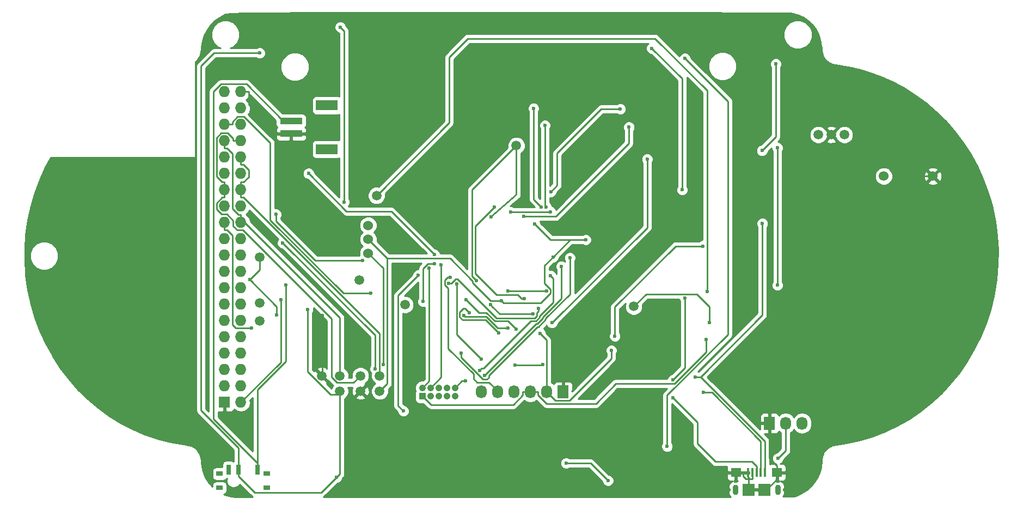
<source format=gbl>
G04 #@! TF.GenerationSoftware,KiCad,Pcbnew,(2016-12-18 revision 3ffa37c)-master*
G04 #@! TF.CreationDate,2017-05-23T14:06:46-07:00*
G04 #@! TF.ProjectId,badge-kicad,62616467652D6B696361642E6B696361,rev?*
G04 #@! TF.FileFunction,Copper,L2,Bot,Mixed*
G04 #@! TF.FilePolarity,Positive*
%FSLAX46Y46*%
G04 Gerber Fmt 4.6, Leading zero omitted, Abs format (unit mm)*
G04 Created by KiCad (PCBNEW (2016-12-18 revision 3ffa37c)-master) date Tuesday, May 23, 2017 'PMt' 02:06:46 PM*
%MOMM*%
%LPD*%
G01*
G04 APERTURE LIST*
%ADD10C,0.150000*%
%ADD11O,1.727200X2.032000*%
%ADD12R,1.727200X2.032000*%
%ADD13C,1.500000*%
%ADD14R,0.398780X1.348740*%
%ADD15O,0.899160X1.597660*%
%ADD16R,1.597660X1.399540*%
%ADD17R,1.899920X1.899920*%
%ADD18O,0.500000X1.200000*%
%ADD19C,1.524000*%
%ADD20R,3.400000X1.600000*%
%ADD21R,3.500000X1.000000*%
%ADD22C,1.050000*%
%ADD23R,1.050000X1.050000*%
%ADD24O,1.727200X1.727200*%
%ADD25R,1.727200X1.727200*%
%ADD26R,1.000000X0.800000*%
%ADD27R,0.700000X1.500000*%
%ADD28C,0.600000*%
%ADD29C,0.250000*%
%ADD30C,0.254000*%
G04 APERTURE END LIST*
D10*
D11*
X144330000Y-110262000D03*
X146870000Y-110262000D03*
X149410000Y-110262000D03*
X151950000Y-110262000D03*
X154490000Y-110262000D03*
D12*
X157030000Y-110262000D03*
D13*
X109868000Y-99276000D03*
X168034000Y-96990000D03*
X128030000Y-79762000D03*
X132474000Y-96736000D03*
X109868000Y-89370000D03*
X125362000Y-92926000D03*
X109868000Y-96482000D03*
D14*
X188427940Y-122792000D03*
X187777700Y-122792000D03*
X187130000Y-122792000D03*
X186482300Y-122792000D03*
X185832060Y-122792000D03*
D15*
X190429460Y-125461540D03*
X183830540Y-125461540D03*
D16*
X190327860Y-122792000D03*
X183932140Y-122792000D03*
D17*
X188328880Y-125466620D03*
X185931120Y-125466620D03*
D18*
X190430000Y-125462000D03*
X183830000Y-125462000D03*
D13*
X128530000Y-110162000D03*
X128530000Y-107762000D03*
X125530000Y-110162000D03*
X196736000Y-70320000D03*
X200800000Y-70320000D03*
X198768000Y-70320000D03*
X125530000Y-107762000D03*
X122330000Y-110162000D03*
X149780000Y-72012000D03*
X122330000Y-107762000D03*
X119530000Y-107762000D03*
D19*
X206930000Y-76762000D03*
X214530000Y-76762000D03*
D20*
X120305000Y-72562000D03*
X120305000Y-65762000D03*
D21*
X114755000Y-70162000D03*
X114755000Y-68162000D03*
D22*
X135180000Y-109642000D03*
X140260000Y-109642000D03*
X138990000Y-109642000D03*
X137720000Y-109642000D03*
X136450000Y-109642000D03*
X140260000Y-110912000D03*
X138990000Y-110912000D03*
X137720000Y-110912000D03*
X136450000Y-110912000D03*
D23*
X135180000Y-110912000D03*
D24*
X106940000Y-63640000D03*
X104400000Y-63640000D03*
X106940000Y-66180000D03*
X104400000Y-66180000D03*
X106940000Y-68720000D03*
X104400000Y-68720000D03*
X106940000Y-71260000D03*
X104400000Y-71260000D03*
X106940000Y-73800000D03*
X104400000Y-73800000D03*
X106940000Y-76340000D03*
X104400000Y-76340000D03*
X106940000Y-78880000D03*
X104400000Y-78880000D03*
X106940000Y-81420000D03*
X104400000Y-81420000D03*
X106940000Y-83960000D03*
X104400000Y-83960000D03*
X106940000Y-86500000D03*
X104400000Y-86500000D03*
X106940000Y-89040000D03*
X104400000Y-89040000D03*
X106940000Y-91580000D03*
X104400000Y-91580000D03*
X106940000Y-94120000D03*
X104400000Y-94120000D03*
X106940000Y-96660000D03*
X104400000Y-96660000D03*
X106940000Y-99200000D03*
X104400000Y-99200000D03*
X106940000Y-101740000D03*
X104400000Y-101740000D03*
X106940000Y-104280000D03*
X104400000Y-104280000D03*
X106940000Y-106820000D03*
X104400000Y-106820000D03*
X106940000Y-109360000D03*
X104400000Y-109360000D03*
X106940000Y-111900000D03*
D25*
X104400000Y-111900000D03*
D26*
X110930000Y-122987000D03*
X103630000Y-122987000D03*
X103630000Y-125187000D03*
X110930000Y-125187000D03*
D27*
X105030000Y-122337000D03*
X106530000Y-122337000D03*
X109530000Y-122337000D03*
D11*
X194210000Y-115162000D03*
X191670000Y-115162000D03*
D12*
X189130000Y-115162000D03*
D19*
X126730000Y-88712000D03*
X126730000Y-86562000D03*
X126730000Y-84412000D03*
D28*
X141960000Y-75432000D03*
X140600000Y-79132000D03*
X206030000Y-86762000D03*
X189130000Y-108203100D03*
X119583400Y-98377600D03*
X115754600Y-77605500D03*
X109868000Y-57620000D03*
X121837500Y-123512000D03*
X117338200Y-97434300D03*
X170847100Y-56879900D03*
X175568800Y-78874000D03*
X139253578Y-93380200D03*
X153252060Y-97271130D03*
X177576700Y-107929400D03*
X188044900Y-84116000D03*
X153627486Y-81548412D03*
X152446600Y-66213000D03*
X150913090Y-83032999D03*
X167280000Y-69147300D03*
X155130000Y-79162000D03*
X165943800Y-66311100D03*
X147433153Y-96096082D03*
X152654768Y-84198410D03*
X155459700Y-89328100D03*
X113170000Y-95974000D03*
X160580000Y-86637000D03*
X190386000Y-93688000D03*
X190386000Y-72352000D03*
X179318000Y-102159200D03*
X136233700Y-91041200D03*
X156774582Y-90767108D03*
X141900000Y-108592000D03*
X144840000Y-107712000D03*
X138086793Y-90557060D03*
X154427046Y-81575292D03*
X154230000Y-68862000D03*
X129090200Y-106043100D03*
X170107694Y-74118204D03*
X149750000Y-100526990D03*
X155314040Y-99531998D03*
X141980000Y-95942000D03*
X127118900Y-94937800D03*
X158102998Y-89438692D03*
X141168000Y-104213800D03*
X144056906Y-106920022D03*
X155107700Y-92244800D03*
X137023808Y-88922490D03*
X117466200Y-76340000D03*
X125890700Y-89838300D03*
X112404900Y-82690000D03*
X108598000Y-100389000D03*
X139456700Y-92462744D03*
X140503590Y-93505899D03*
X153864990Y-106032000D03*
X149610000Y-106072000D03*
X144320000Y-105212000D03*
X142447901Y-97957004D03*
X147020000Y-101152000D03*
X153500000Y-101212000D03*
X164557900Y-103837000D03*
X178882700Y-110337000D03*
X174130000Y-111214000D03*
X148480000Y-94566990D03*
X154450000Y-94612000D03*
X122381500Y-53589500D03*
X122984400Y-80762300D03*
X176000000Y-95702000D03*
X174112200Y-108387000D03*
X155040000Y-82286990D03*
X148890000Y-82342000D03*
X179430000Y-94662000D03*
X178804990Y-87608399D03*
X165093300Y-101611400D03*
X127824700Y-106677400D03*
X113459200Y-87125900D03*
X175995000Y-58469600D03*
X173230500Y-118738800D03*
X157505200Y-121338400D03*
X164030000Y-124051500D03*
X143581629Y-92987527D03*
X145855000Y-83037000D03*
X190451400Y-120602700D03*
X134506000Y-92164000D03*
X132220000Y-113246000D03*
X108344000Y-92850000D03*
X112501000Y-98355300D03*
X151002714Y-95802343D03*
X146340000Y-81542000D03*
X141607476Y-98385577D03*
X148450000Y-100356990D03*
X137044403Y-90358004D03*
X135268000Y-96228000D03*
X187985000Y-72780200D03*
X190119600Y-59314500D03*
X145723242Y-96721092D03*
X152345599Y-98177591D03*
X179790000Y-99522000D03*
X113932000Y-93688000D03*
D29*
X140600000Y-79132000D02*
X140600000Y-76792000D01*
X140600000Y-76792000D02*
X141960000Y-75432000D01*
X188333960Y-125461540D02*
X188328880Y-125466620D01*
X185926040Y-125461540D02*
X185931120Y-125466620D01*
X206030000Y-83262000D02*
X206030000Y-86762000D01*
X212530000Y-76762000D02*
X206030000Y-83262000D01*
X214530000Y-76762000D02*
X212530000Y-76762000D01*
X188328900Y-125500700D02*
X188328900Y-125466600D01*
X188745200Y-125917000D02*
X188328900Y-125500700D01*
X189130000Y-120569000D02*
X190327900Y-121766900D01*
X189130000Y-115162000D02*
X189130000Y-120569000D01*
X108128900Y-65611200D02*
X112679700Y-70162000D01*
X108128900Y-63640000D02*
X108128900Y-65611200D01*
X106940000Y-63640000D02*
X108128900Y-63640000D01*
X114755000Y-70162000D02*
X112679700Y-70162000D01*
X185931100Y-123890700D02*
X185832100Y-123791700D01*
X185931100Y-125466600D02*
X185931100Y-123890700D01*
X188081000Y-125917000D02*
X188745200Y-125917000D01*
X187656800Y-125917000D02*
X187206400Y-125466600D01*
X188081000Y-125917000D02*
X187656800Y-125917000D01*
X185931100Y-125466600D02*
X187206400Y-125466600D01*
X185444100Y-123791700D02*
X185832100Y-123791700D01*
X185056200Y-123403800D02*
X185444100Y-123791700D01*
X185056200Y-122792000D02*
X185056200Y-123403800D01*
X183932100Y-122792000D02*
X185056200Y-122792000D01*
X190327900Y-122279400D02*
X190327900Y-121766900D01*
X190327900Y-122279400D02*
X190327900Y-122792000D01*
X188745200Y-125399800D02*
X188745200Y-125917000D01*
X190327900Y-123817100D02*
X188745200Y-125399800D01*
X190327900Y-122792000D02*
X190327900Y-123817100D01*
X185832100Y-122792000D02*
X185832100Y-123291800D01*
X186482300Y-122792000D02*
X186482300Y-123791700D01*
X185832100Y-123541800D02*
X185832100Y-123791700D01*
X185832100Y-123291800D02*
X185832100Y-123541800D01*
X186082000Y-123791700D02*
X186482300Y-123791700D01*
X185832100Y-123541800D02*
X186082000Y-123791700D01*
X189130000Y-103662000D02*
X189130000Y-108203100D01*
X206030000Y-86762000D02*
X189130000Y-103662000D01*
X189130000Y-108203100D02*
X189130000Y-115162000D01*
X114755000Y-76605900D02*
X115754600Y-77605500D01*
X114755000Y-70162000D02*
X114755000Y-76605900D01*
X119583400Y-107708600D02*
X119583400Y-98377600D01*
X119530000Y-107762000D02*
X119583400Y-107708600D01*
X100724000Y-59652000D02*
X102756000Y-57620000D01*
X102756000Y-57620000D02*
X109868000Y-57620000D01*
X100724000Y-113167410D02*
X100724000Y-59652000D01*
X106530000Y-122337000D02*
X106530000Y-118973410D01*
X106530000Y-118973410D02*
X100724000Y-113167410D01*
X122330000Y-110162000D02*
X122330000Y-123019500D01*
X122330000Y-123019500D02*
X121837500Y-123512000D01*
X121837500Y-123512000D02*
X119437499Y-125912001D01*
X119437499Y-125912001D02*
X109105001Y-125912001D01*
X109105001Y-125912001D02*
X106530000Y-123337000D01*
X106530000Y-123337000D02*
X106530000Y-122337000D01*
X122330000Y-110162000D02*
X121837500Y-110654500D01*
X175568800Y-61601600D02*
X170847100Y-56879900D01*
X175568800Y-78874000D02*
X175568800Y-61601600D01*
X117338200Y-107161900D02*
X117338200Y-97434300D01*
X120830800Y-110654500D02*
X117338200Y-107161900D01*
X121837500Y-110654500D02*
X120830800Y-110654500D01*
X140309742Y-92748300D02*
X139677842Y-93380200D01*
X153252060Y-97271130D02*
X153252060Y-97695394D01*
X152645601Y-98802593D02*
X146684183Y-98802593D01*
X152970601Y-97976853D02*
X152970601Y-98477593D01*
X153252060Y-97695394D02*
X152970601Y-97976853D01*
X140629890Y-92748300D02*
X140309742Y-92748300D01*
X139677842Y-93380200D02*
X139253578Y-93380200D01*
X146684183Y-98802593D02*
X140629890Y-92748300D01*
X152970601Y-98477593D02*
X152645601Y-98802593D01*
X188044900Y-98305700D02*
X188044900Y-84116000D01*
X178421200Y-107929400D02*
X188044900Y-98305700D01*
X188427900Y-117936100D02*
X178421200Y-107929400D01*
X188427900Y-122792000D02*
X188427900Y-117936100D01*
X178421200Y-107929400D02*
X177576700Y-107929400D01*
X152446600Y-80367526D02*
X153627486Y-81548412D01*
X152446600Y-66213000D02*
X152446600Y-80367526D01*
X155884005Y-83032999D02*
X150913090Y-83032999D01*
X167280000Y-71637004D02*
X155884005Y-83032999D01*
X167280000Y-69147300D02*
X167280000Y-71637004D01*
X156130000Y-73162000D02*
X156130000Y-78162000D01*
X156130000Y-78162000D02*
X155130000Y-79162000D01*
X162980900Y-66311100D02*
X156130000Y-73162000D01*
X165943800Y-66311100D02*
X162980900Y-66311100D01*
X147433153Y-96096082D02*
X145765182Y-96096082D01*
X139455500Y-89547500D02*
X129715500Y-89547500D01*
X145765182Y-96096082D02*
X142956628Y-93287528D01*
X142956628Y-93048628D02*
X139455500Y-89547500D01*
X142956628Y-93287528D02*
X142956628Y-93048628D01*
X160580000Y-86637000D02*
X158150800Y-86637000D01*
X158150800Y-86637000D02*
X155459700Y-89328100D01*
X147764416Y-96427345D02*
X147433153Y-96096082D01*
X155075002Y-94912002D02*
X153559659Y-96427345D01*
X154149998Y-90637802D02*
X154149998Y-93386994D01*
X155459700Y-89328100D02*
X154149998Y-90637802D01*
X154149998Y-93386994D02*
X155075002Y-94311998D01*
X153559659Y-96427345D02*
X147764416Y-96427345D01*
X155075002Y-94311998D02*
X155075002Y-94912002D01*
X157460000Y-86650152D02*
X155106510Y-86650152D01*
X155106510Y-86650152D02*
X152654768Y-84198410D01*
X159030335Y-86641079D02*
X157460000Y-86650152D01*
X106940000Y-111900000D02*
X113170000Y-105670000D01*
X113170000Y-105670000D02*
X113170000Y-95974000D01*
X159030923Y-86643184D02*
X159030335Y-86641079D01*
X160580000Y-86637000D02*
X159030923Y-86643184D01*
X190386000Y-72352000D02*
X190386000Y-93688000D01*
X151950000Y-110262000D02*
X150761100Y-110262000D01*
X150761100Y-110782100D02*
X150761100Y-110262000D01*
X149283800Y-112259400D02*
X150761100Y-110782100D01*
X136527400Y-112259400D02*
X149283800Y-112259400D01*
X135180000Y-110912000D02*
X136527400Y-112259400D01*
X129715500Y-89547500D02*
X126730000Y-86562000D01*
X129715500Y-108976500D02*
X129715500Y-89547500D01*
X128530000Y-110162000D02*
X129715500Y-108976500D01*
X151950000Y-110262000D02*
X153138900Y-110262000D01*
X174371900Y-109022700D02*
X165212600Y-109022700D01*
X179318000Y-104076600D02*
X174371900Y-109022700D01*
X179318000Y-102159200D02*
X179318000Y-104076600D01*
X162144800Y-112090500D02*
X165212600Y-109022700D01*
X154447300Y-112090500D02*
X162144800Y-112090500D01*
X153138900Y-110782100D02*
X154447300Y-112090500D01*
X153138900Y-110262000D02*
X153138900Y-110782100D01*
X136233700Y-108588300D02*
X136233700Y-91041200D01*
X135180000Y-109642000D02*
X136233700Y-108588300D01*
X153870623Y-98681377D02*
X156774582Y-95777418D01*
X152849385Y-99702615D02*
X153018401Y-99702615D01*
X156774582Y-95777418D02*
X156774582Y-90767108D01*
X153018401Y-99702615D02*
X153870623Y-98850393D01*
X144840000Y-107712000D02*
X152849385Y-99702615D01*
X153870623Y-98850393D02*
X153870623Y-98681377D01*
X141900000Y-108592000D02*
X141310000Y-108592000D01*
X141310000Y-108592000D02*
X140260000Y-109642000D01*
X138086793Y-90981324D02*
X138086793Y-90557060D01*
X138086793Y-108005207D02*
X138086793Y-90981324D01*
X136450000Y-109642000D02*
X138086793Y-108005207D01*
X154230000Y-81378246D02*
X154427046Y-81575292D01*
X154230000Y-68862000D02*
X154230000Y-81378246D01*
X129090200Y-91072200D02*
X129090200Y-106043100D01*
X126730000Y-88712000D02*
X129090200Y-91072200D01*
X170107694Y-84738344D02*
X170107694Y-74118204D01*
X155314040Y-99531998D02*
X170107694Y-84738344D01*
X148484988Y-99261978D02*
X149750000Y-100526990D01*
X145082800Y-97941978D02*
X146402800Y-99261978D01*
X141980000Y-95942000D02*
X143979978Y-97941978D01*
X146402800Y-99261978D02*
X148484988Y-99261978D01*
X143979978Y-97941978D02*
X145082800Y-97941978D01*
X104400000Y-68720000D02*
X105588900Y-68720000D01*
X122891500Y-94937800D02*
X127118900Y-94937800D01*
X111504300Y-83550600D02*
X122891500Y-94937800D01*
X111504300Y-71599600D02*
X111504300Y-83550600D01*
X107421000Y-67516300D02*
X111504300Y-71599600D01*
X106421100Y-67516300D02*
X107421000Y-67516300D01*
X105588900Y-68348500D02*
X106421100Y-67516300D01*
X105588900Y-68720000D02*
X105588900Y-68348500D01*
X158102998Y-95085412D02*
X158102998Y-89438692D01*
X145465002Y-107723408D02*
X153035784Y-100152626D01*
X153035784Y-100152626D02*
X153204801Y-100152626D01*
X145465002Y-108012002D02*
X145465002Y-107723408D01*
X153204801Y-100152626D02*
X154320634Y-99036793D01*
X144571602Y-108337002D02*
X145140002Y-108337002D01*
X141168000Y-104933400D02*
X144571602Y-108337002D01*
X154320634Y-98867776D02*
X158102998Y-95085412D01*
X141168000Y-104213800D02*
X141168000Y-104933400D01*
X145140002Y-108337002D02*
X145465002Y-108012002D01*
X154320634Y-99036793D02*
X154320634Y-98867776D01*
X105751100Y-70890500D02*
X105751100Y-71260000D01*
X104904300Y-70043700D02*
X105751100Y-70890500D01*
X103882400Y-70043700D02*
X104904300Y-70043700D01*
X103149800Y-70776300D02*
X103882400Y-70043700D01*
X103149800Y-76812400D02*
X103149800Y-70776300D01*
X104028500Y-77691100D02*
X103149800Y-76812400D01*
X104400000Y-77691100D02*
X104028500Y-77691100D01*
X106940000Y-71260000D02*
X105751100Y-71260000D01*
X104400000Y-78291400D02*
X104400000Y-77691100D01*
X104400000Y-78291400D02*
X104400000Y-78880000D01*
X104400000Y-78880000D02*
X104400000Y-80068900D01*
X124448800Y-108843200D02*
X125530000Y-107762000D01*
X121886200Y-108843200D02*
X124448800Y-108843200D01*
X121054600Y-108011600D02*
X121886200Y-108843200D01*
X121054600Y-98933100D02*
X121054600Y-108011600D01*
X107270500Y-85149000D02*
X121054600Y-98933100D01*
X106391000Y-85149000D02*
X107270500Y-85149000D01*
X105751000Y-84509000D02*
X106391000Y-85149000D01*
X105751000Y-83628600D02*
X105751000Y-84509000D01*
X104812300Y-82689900D02*
X105751000Y-83628600D01*
X103967400Y-82689900D02*
X104812300Y-82689900D01*
X103173000Y-81895500D02*
X103967400Y-82689900D01*
X103173000Y-80924400D02*
X103173000Y-81895500D01*
X104028500Y-80068900D02*
X103173000Y-80924400D01*
X104400000Y-80068900D02*
X104028500Y-80068900D01*
X104771600Y-72448900D02*
X104400000Y-72448900D01*
X105588900Y-73266200D02*
X104771600Y-72448900D01*
X105588900Y-81791600D02*
X105588900Y-73266200D01*
X106568400Y-82771100D02*
X105588900Y-81791600D01*
X106940000Y-82771100D02*
X106568400Y-82771100D01*
X104400000Y-71260000D02*
X104400000Y-72448900D01*
X106940000Y-83960000D02*
X106940000Y-83371400D01*
X106940000Y-83371400D02*
X106940000Y-82771100D01*
X122330000Y-98761400D02*
X122330000Y-107762000D01*
X106940000Y-83371400D02*
X122330000Y-98761400D01*
X144356905Y-106620023D02*
X144056906Y-106920022D01*
X144625567Y-106620023D02*
X144356905Y-106620023D01*
X151992986Y-99252604D02*
X144625567Y-106620023D01*
X153420612Y-98489053D02*
X153420612Y-98663993D01*
X153420612Y-98663993D02*
X152832001Y-99252604D01*
X155525013Y-96384652D02*
X153420612Y-98489053D01*
X155107700Y-92244800D02*
X155525013Y-92662113D01*
X152832001Y-99252604D02*
X151992986Y-99252604D01*
X155525013Y-92662113D02*
X155525013Y-96384652D01*
X107311600Y-74988900D02*
X106940000Y-74988900D01*
X108128900Y-75806200D02*
X107311600Y-74988900D01*
X108128900Y-76873700D02*
X108128900Y-75806200D01*
X107311500Y-77691100D02*
X108128900Y-76873700D01*
X106940000Y-77691100D02*
X107311500Y-77691100D01*
X106940000Y-73800000D02*
X106940000Y-74988900D01*
X106940000Y-78291400D02*
X106940000Y-77691100D01*
X106940000Y-78291400D02*
X106940000Y-78880000D01*
X106940000Y-78880000D02*
X106940000Y-80068900D01*
X128464900Y-107696900D02*
X128530000Y-107762000D01*
X128464900Y-101216000D02*
X128464900Y-107696900D01*
X107317800Y-80068900D02*
X128464900Y-101216000D01*
X106940000Y-80068900D02*
X107317800Y-80068900D01*
X130332718Y-82231400D02*
X136723809Y-88622491D01*
X136723809Y-88622491D02*
X137023808Y-88922490D01*
X123357600Y-82231400D02*
X130332718Y-82231400D01*
X117466200Y-76340000D02*
X123357600Y-82231400D01*
X118488800Y-89838300D02*
X125890700Y-89838300D01*
X112404900Y-83754400D02*
X118488800Y-89838300D01*
X112404900Y-82690000D02*
X112404900Y-83754400D01*
X106146300Y-100389000D02*
X108598000Y-100389000D01*
X105588900Y-99831600D02*
X106146300Y-100389000D01*
X105588900Y-85966200D02*
X105588900Y-99831600D01*
X104771600Y-85148900D02*
X105588900Y-85966200D01*
X104400000Y-85148900D02*
X104771600Y-85148900D01*
X104400000Y-83960000D02*
X104400000Y-85148900D01*
X139032436Y-92462744D02*
X139456700Y-92462744D01*
X146870000Y-110109600D02*
X145547413Y-108787013D01*
X139134500Y-103536800D02*
X139134500Y-94186126D01*
X138628576Y-93680202D02*
X138628576Y-92866604D01*
X143683598Y-108787013D02*
X143094987Y-108198402D01*
X145547413Y-108787013D02*
X143683598Y-108787013D01*
X138628576Y-92866604D02*
X139032436Y-92462744D01*
X146870000Y-110262000D02*
X146870000Y-110109600D01*
X143094987Y-107497289D02*
X139134500Y-103536800D01*
X143094987Y-108198402D02*
X143094987Y-107497289D01*
X139134500Y-94186126D02*
X138628576Y-93680202D01*
X144320000Y-105212000D02*
X140503590Y-101395590D01*
X140503590Y-101395590D02*
X140503590Y-93930163D01*
X140503590Y-93930163D02*
X140503590Y-93505899D01*
X153824990Y-106072000D02*
X153864990Y-106032000D01*
X149610000Y-106072000D02*
X153824990Y-106072000D01*
X141550000Y-97322000D02*
X141812897Y-97322000D01*
X141812897Y-97322000D02*
X142447901Y-97957004D01*
X140970000Y-97902000D02*
X141550000Y-97322000D01*
X140970000Y-98632000D02*
X140970000Y-97902000D01*
X141430000Y-99092000D02*
X140970000Y-98632000D01*
X144960000Y-99092000D02*
X141430000Y-99092000D01*
X147020000Y-101152000D02*
X144960000Y-99092000D01*
X154490000Y-110262000D02*
X154490000Y-102202000D01*
X154490000Y-102202000D02*
X153500000Y-101212000D01*
X164557900Y-105099900D02*
X164557900Y-103837000D01*
X158054400Y-111603400D02*
X164557900Y-105099900D01*
X155831400Y-111603400D02*
X158054400Y-111603400D01*
X154490000Y-110262000D02*
X155831400Y-111603400D01*
X180191900Y-110337000D02*
X178882700Y-110337000D01*
X187777700Y-117922800D02*
X180191900Y-110337000D01*
X187777700Y-122792000D02*
X187777700Y-117922800D01*
X180734000Y-121120000D02*
X186382370Y-121120000D01*
X186382370Y-121120000D02*
X187130000Y-121867630D01*
X187130000Y-121867630D02*
X187130000Y-122792000D01*
X177940000Y-118326000D02*
X180734000Y-121120000D01*
X177940000Y-115024000D02*
X177940000Y-118326000D01*
X174130000Y-111214000D02*
X177940000Y-115024000D01*
X148525010Y-94612000D02*
X148480000Y-94566990D01*
X154450000Y-94612000D02*
X148525010Y-94612000D01*
X122984400Y-54192400D02*
X122381500Y-53589500D01*
X122984400Y-80762300D02*
X122984400Y-54192400D01*
X175980000Y-106519200D02*
X175980000Y-95722000D01*
X175980000Y-95722000D02*
X176000000Y-95702000D01*
X175980000Y-106519200D02*
X174112200Y-108387000D01*
X154984990Y-82342000D02*
X155040000Y-82286990D01*
X148890000Y-82342000D02*
X154984990Y-82342000D01*
X139330000Y-58262000D02*
X139330000Y-68462000D01*
X139330000Y-68462000D02*
X128030000Y-79762000D01*
X179430000Y-94662000D02*
X179430000Y-63462000D01*
X179430000Y-63462000D02*
X171330000Y-55362000D01*
X171330000Y-55362000D02*
X142230000Y-55362000D01*
X142230000Y-55362000D02*
X139330000Y-58262000D01*
X165093300Y-101611400D02*
X165093300Y-97081600D01*
X174566501Y-87608399D02*
X178804990Y-87608399D01*
X165093300Y-97081600D02*
X174566501Y-87608399D01*
X127824700Y-101491400D02*
X127824700Y-106677400D01*
X113459200Y-87125900D02*
X127824700Y-101491400D01*
X182691300Y-65165900D02*
X175995000Y-58469600D01*
X182691300Y-101340200D02*
X182691300Y-65165900D01*
X173230500Y-110801000D02*
X182691300Y-101340200D01*
X173230500Y-118738800D02*
X173230500Y-110801000D01*
X161316900Y-121338400D02*
X157505200Y-121338400D01*
X164030000Y-124051500D02*
X161316900Y-121338400D01*
X142910528Y-92316426D02*
X143281630Y-92687528D01*
X142910528Y-78881472D02*
X142910528Y-92316426D01*
X149780000Y-72012000D02*
X142910528Y-78881472D01*
X143281630Y-92687528D02*
X143581629Y-92987527D01*
X145810800Y-82992800D02*
X145855000Y-83037000D01*
X149780000Y-79616500D02*
X145810800Y-82992800D01*
X149780000Y-72012000D02*
X149780000Y-79616500D01*
X191670000Y-119384100D02*
X191670000Y-115162000D01*
X190451400Y-120602700D02*
X191670000Y-119384100D01*
X132220000Y-113246000D02*
X131398999Y-112424999D01*
X131398999Y-112424999D02*
X131398999Y-95271001D01*
X131398999Y-95271001D02*
X134506000Y-92164000D01*
X109868000Y-91326000D02*
X109868000Y-89370000D01*
X108344000Y-92850000D02*
X109868000Y-91326000D01*
X112501000Y-98355300D02*
X112501000Y-97007000D01*
X112501000Y-97007000D02*
X108344000Y-92850000D01*
X151002714Y-95802343D02*
X150578450Y-95802343D01*
X150578450Y-95802343D02*
X149998107Y-95222000D01*
X149998107Y-95222000D02*
X146700000Y-95222000D01*
X143380011Y-91902011D02*
X143380011Y-84501989D01*
X146700000Y-95222000D02*
X143380011Y-91902011D01*
X143380011Y-84501989D02*
X146340000Y-81542000D01*
X145096400Y-98591989D02*
X141813888Y-98591989D01*
X146861401Y-100356990D02*
X145096400Y-98591989D01*
X148450000Y-100356990D02*
X146861401Y-100356990D01*
X141813888Y-98591989D02*
X141607476Y-98385577D01*
X135991894Y-90358004D02*
X137044403Y-90358004D01*
X135268000Y-91081898D02*
X135991894Y-90358004D01*
X135268000Y-96228000D02*
X135268000Y-91081898D01*
X190119600Y-70645600D02*
X187985000Y-72780200D01*
X190119600Y-59314500D02*
X190119600Y-70645600D01*
X146023241Y-97021091D02*
X145723242Y-96721092D01*
X147179741Y-98177591D02*
X146023241Y-97021091D01*
X152345599Y-98177591D02*
X147179741Y-98177591D01*
X169947002Y-95076998D02*
X168034000Y-96990000D01*
X177824998Y-95076998D02*
X169947002Y-95076998D01*
X179790000Y-97042000D02*
X177824998Y-95076998D01*
X179790000Y-99522000D02*
X179790000Y-97042000D01*
X109530000Y-122337000D02*
X109530000Y-109946410D01*
X109530000Y-109946410D02*
X113932000Y-105544410D01*
X113932000Y-105544410D02*
X113932000Y-93688000D01*
X114755000Y-68162000D02*
X113505000Y-68162000D01*
X107794399Y-62451399D02*
X103829471Y-62451399D01*
X113505000Y-68162000D02*
X107794399Y-62451399D01*
X102699790Y-63581080D02*
X102699790Y-114506790D01*
X103829471Y-62451399D02*
X102699790Y-63581080D01*
X102699790Y-114506790D02*
X109530000Y-121337000D01*
X109530000Y-121337000D02*
X109530000Y-122337000D01*
D30*
G36*
X112718384Y-86544286D02*
X112667008Y-86595573D01*
X112524362Y-86939101D01*
X112524038Y-87311067D01*
X112666083Y-87654843D01*
X112928873Y-87918092D01*
X113272401Y-88060738D01*
X113319277Y-88060779D01*
X127064700Y-101806202D01*
X127064700Y-106114937D01*
X127032508Y-106147073D01*
X126889862Y-106490601D01*
X126889538Y-106862567D01*
X127031583Y-107206343D01*
X127193657Y-107368700D01*
X127145241Y-107485298D01*
X127144760Y-108036285D01*
X127355169Y-108545515D01*
X127744436Y-108935461D01*
X127807875Y-108961803D01*
X127746485Y-108987169D01*
X127356539Y-109376436D01*
X127145241Y-109885298D01*
X127144760Y-110436285D01*
X127355169Y-110945515D01*
X127744436Y-111335461D01*
X128253298Y-111546759D01*
X128804285Y-111547240D01*
X129313515Y-111336831D01*
X129703461Y-110947564D01*
X129914759Y-110438702D01*
X129915240Y-109887715D01*
X129904670Y-109862132D01*
X130252901Y-109513901D01*
X130417648Y-109267340D01*
X130475500Y-108976500D01*
X130475500Y-90307500D01*
X134967596Y-90307500D01*
X134730599Y-90544497D01*
X134565852Y-90791059D01*
X134508000Y-91081898D01*
X134508000Y-91229001D01*
X134320833Y-91228838D01*
X133977057Y-91370883D01*
X133713808Y-91633673D01*
X133571162Y-91977201D01*
X133571121Y-92024077D01*
X130861598Y-94733600D01*
X130696851Y-94980162D01*
X130638999Y-95271001D01*
X130638999Y-112424999D01*
X130696851Y-112715838D01*
X130861598Y-112962400D01*
X131284878Y-113385680D01*
X131284838Y-113431167D01*
X131426883Y-113774943D01*
X131689673Y-114038192D01*
X132033201Y-114180838D01*
X132405167Y-114181162D01*
X132748943Y-114039117D01*
X133012192Y-113776327D01*
X133154838Y-113432799D01*
X133155162Y-113060833D01*
X133013117Y-112717057D01*
X132750327Y-112453808D01*
X132406799Y-112311162D01*
X132359923Y-112311121D01*
X132158999Y-112110197D01*
X132158999Y-98104856D01*
X132197298Y-98120759D01*
X132748285Y-98121240D01*
X133257515Y-97910831D01*
X133647461Y-97521564D01*
X133858759Y-97012702D01*
X133859240Y-96461715D01*
X133648831Y-95952485D01*
X133259564Y-95562539D01*
X132750702Y-95351241D01*
X132393873Y-95350929D01*
X134508000Y-93236802D01*
X134508000Y-95665537D01*
X134475808Y-95697673D01*
X134333162Y-96041201D01*
X134332838Y-96413167D01*
X134474883Y-96756943D01*
X134737673Y-97020192D01*
X135081201Y-97162838D01*
X135453167Y-97163162D01*
X135473700Y-97154678D01*
X135473700Y-108273498D01*
X135265124Y-108482074D01*
X134950274Y-108481799D01*
X134523771Y-108658026D01*
X134197173Y-108984055D01*
X134020202Y-109410249D01*
X134019799Y-109871726D01*
X134102252Y-110071277D01*
X134056843Y-110139235D01*
X134007560Y-110387000D01*
X134007560Y-111437000D01*
X134056843Y-111684765D01*
X134197191Y-111894809D01*
X134407235Y-112035157D01*
X134655000Y-112084440D01*
X135277638Y-112084440D01*
X135989999Y-112796801D01*
X136236560Y-112961548D01*
X136527400Y-113019400D01*
X149283800Y-113019400D01*
X149574639Y-112961548D01*
X149821201Y-112796801D01*
X151022964Y-111595038D01*
X151376511Y-111831271D01*
X151950000Y-111945345D01*
X152523489Y-111831271D01*
X152877036Y-111595038D01*
X153909899Y-112627901D01*
X154156461Y-112792648D01*
X154447300Y-112850500D01*
X162144800Y-112850500D01*
X162435639Y-112792648D01*
X162682201Y-112627901D01*
X165527402Y-109782700D01*
X173173998Y-109782700D01*
X172693099Y-110263599D01*
X172528352Y-110510161D01*
X172470500Y-110801000D01*
X172470500Y-118176337D01*
X172438308Y-118208473D01*
X172295662Y-118552001D01*
X172295338Y-118923967D01*
X172437383Y-119267743D01*
X172700173Y-119530992D01*
X173043701Y-119673638D01*
X173415667Y-119673962D01*
X173759443Y-119531917D01*
X174022692Y-119269127D01*
X174165338Y-118925599D01*
X174165662Y-118553633D01*
X174023617Y-118209857D01*
X173990500Y-118176682D01*
X173990500Y-112149302D01*
X177180000Y-115338802D01*
X177180000Y-118326000D01*
X177237852Y-118616839D01*
X177402599Y-118863401D01*
X180196599Y-121657401D01*
X180443161Y-121822148D01*
X180734000Y-121880000D01*
X182533900Y-121880000D01*
X182498310Y-121965921D01*
X182498310Y-122506250D01*
X182657060Y-122665000D01*
X183805140Y-122665000D01*
X183805140Y-122645000D01*
X184059140Y-122645000D01*
X184059140Y-122665000D01*
X185732365Y-122665000D01*
X185732365Y-122645000D01*
X185786660Y-122645000D01*
X185806660Y-122665000D01*
X185979060Y-122665000D01*
X185979060Y-122919000D01*
X185806660Y-122919000D01*
X185732365Y-122993295D01*
X185732365Y-122919000D01*
X184059140Y-122919000D01*
X184059140Y-123968020D01*
X184192824Y-124101704D01*
X184124475Y-124068299D01*
X183957540Y-124195212D01*
X183957540Y-124228174D01*
X183830000Y-124202805D01*
X183703540Y-124227960D01*
X183703540Y-124195212D01*
X183613515Y-124126770D01*
X183646390Y-124126770D01*
X183805140Y-123968020D01*
X183805140Y-122919000D01*
X182657060Y-122919000D01*
X182498310Y-123077750D01*
X182498310Y-123618079D01*
X182594983Y-123851468D01*
X182773611Y-124030097D01*
X183007000Y-124126770D01*
X183416970Y-124126770D01*
X183153429Y-124255574D01*
X182877120Y-124579907D01*
X182745960Y-124985290D01*
X182745960Y-125334540D01*
X182945000Y-125334540D01*
X182945000Y-125588540D01*
X182745960Y-125588540D01*
X182745960Y-125937790D01*
X182877120Y-126343173D01*
X183086914Y-126589431D01*
X182021667Y-126591520D01*
X182021665Y-126591520D01*
X180647512Y-126593790D01*
X180647511Y-126593790D01*
X179163249Y-126595858D01*
X179163245Y-126595857D01*
X177564056Y-126597741D01*
X177564055Y-126597741D01*
X175846046Y-126599456D01*
X174004708Y-126601019D01*
X172035685Y-126602446D01*
X169934620Y-126603754D01*
X167697157Y-126604959D01*
X165318935Y-126606078D01*
X162795599Y-126607126D01*
X160122788Y-126608122D01*
X157296146Y-126609080D01*
X154311313Y-126610018D01*
X151163930Y-126610951D01*
X149338463Y-126611476D01*
X146145700Y-126612231D01*
X143048422Y-126612654D01*
X140049805Y-126612750D01*
X137152914Y-126612523D01*
X134360909Y-126611979D01*
X131676964Y-126611123D01*
X129104230Y-126609958D01*
X126645861Y-126608489D01*
X124305007Y-126606723D01*
X122084823Y-126604662D01*
X122084822Y-126604662D01*
X119988309Y-126602313D01*
X119988305Y-126602314D01*
X119746535Y-126601990D01*
X119974900Y-126449402D01*
X121977180Y-124447122D01*
X122022667Y-124447162D01*
X122366443Y-124305117D01*
X122629692Y-124042327D01*
X122772338Y-123698799D01*
X122772379Y-123651923D01*
X122867401Y-123556901D01*
X123032148Y-123310340D01*
X123090000Y-123019500D01*
X123090000Y-121523567D01*
X156570038Y-121523567D01*
X156712083Y-121867343D01*
X156974873Y-122130592D01*
X157318401Y-122273238D01*
X157690367Y-122273562D01*
X158034143Y-122131517D01*
X158067318Y-122098400D01*
X161002098Y-122098400D01*
X163094878Y-124191180D01*
X163094838Y-124236667D01*
X163236883Y-124580443D01*
X163499673Y-124843692D01*
X163843201Y-124986338D01*
X164215167Y-124986662D01*
X164558943Y-124844617D01*
X164822192Y-124581827D01*
X164964838Y-124238299D01*
X164965162Y-123866333D01*
X164823117Y-123522557D01*
X164560327Y-123259308D01*
X164216799Y-123116662D01*
X164169923Y-123116621D01*
X161854301Y-120800999D01*
X161607739Y-120636252D01*
X161316900Y-120578400D01*
X158067663Y-120578400D01*
X158035527Y-120546208D01*
X157691999Y-120403562D01*
X157320033Y-120403238D01*
X156976257Y-120545283D01*
X156713008Y-120808073D01*
X156570362Y-121151601D01*
X156570038Y-121523567D01*
X123090000Y-121523567D01*
X123090000Y-111346547D01*
X123113515Y-111336831D01*
X123317183Y-111133517D01*
X124738088Y-111133517D01*
X124806077Y-111374460D01*
X125325171Y-111559201D01*
X125875448Y-111531230D01*
X126253923Y-111374460D01*
X126321912Y-111133517D01*
X125530000Y-110341605D01*
X124738088Y-111133517D01*
X123317183Y-111133517D01*
X123503461Y-110947564D01*
X123714759Y-110438702D01*
X123715240Y-109887715D01*
X123597681Y-109603200D01*
X124258774Y-109603200D01*
X124132799Y-109957171D01*
X124160770Y-110507448D01*
X124317540Y-110885923D01*
X124558483Y-110953912D01*
X125350395Y-110162000D01*
X125709605Y-110162000D01*
X126501517Y-110953912D01*
X126742460Y-110885923D01*
X126927201Y-110366829D01*
X126899230Y-109816552D01*
X126742460Y-109438077D01*
X126501517Y-109370088D01*
X125709605Y-110162000D01*
X125350395Y-110162000D01*
X125336253Y-110147858D01*
X125515858Y-109968253D01*
X125530000Y-109982395D01*
X126321912Y-109190483D01*
X126256934Y-108960210D01*
X126313515Y-108936831D01*
X126703461Y-108547564D01*
X126914759Y-108038702D01*
X126915240Y-107487715D01*
X126704831Y-106978485D01*
X126315564Y-106588539D01*
X125806702Y-106377241D01*
X125255715Y-106376760D01*
X124746485Y-106587169D01*
X124356539Y-106976436D01*
X124145241Y-107485298D01*
X124144760Y-108036285D01*
X124155330Y-108061868D01*
X124133998Y-108083200D01*
X123696282Y-108083200D01*
X123714759Y-108038702D01*
X123715240Y-107487715D01*
X123504831Y-106978485D01*
X123115564Y-106588539D01*
X123090000Y-106577924D01*
X123090000Y-98761400D01*
X123032148Y-98470561D01*
X122867401Y-98223999D01*
X108404969Y-83761567D01*
X108324526Y-83357152D01*
X107999670Y-82870971D01*
X107728828Y-82690000D01*
X107999670Y-82509029D01*
X108273425Y-82099327D01*
X112718384Y-86544286D01*
X112718384Y-86544286D01*
G37*
X112718384Y-86544286D02*
X112667008Y-86595573D01*
X112524362Y-86939101D01*
X112524038Y-87311067D01*
X112666083Y-87654843D01*
X112928873Y-87918092D01*
X113272401Y-88060738D01*
X113319277Y-88060779D01*
X127064700Y-101806202D01*
X127064700Y-106114937D01*
X127032508Y-106147073D01*
X126889862Y-106490601D01*
X126889538Y-106862567D01*
X127031583Y-107206343D01*
X127193657Y-107368700D01*
X127145241Y-107485298D01*
X127144760Y-108036285D01*
X127355169Y-108545515D01*
X127744436Y-108935461D01*
X127807875Y-108961803D01*
X127746485Y-108987169D01*
X127356539Y-109376436D01*
X127145241Y-109885298D01*
X127144760Y-110436285D01*
X127355169Y-110945515D01*
X127744436Y-111335461D01*
X128253298Y-111546759D01*
X128804285Y-111547240D01*
X129313515Y-111336831D01*
X129703461Y-110947564D01*
X129914759Y-110438702D01*
X129915240Y-109887715D01*
X129904670Y-109862132D01*
X130252901Y-109513901D01*
X130417648Y-109267340D01*
X130475500Y-108976500D01*
X130475500Y-90307500D01*
X134967596Y-90307500D01*
X134730599Y-90544497D01*
X134565852Y-90791059D01*
X134508000Y-91081898D01*
X134508000Y-91229001D01*
X134320833Y-91228838D01*
X133977057Y-91370883D01*
X133713808Y-91633673D01*
X133571162Y-91977201D01*
X133571121Y-92024077D01*
X130861598Y-94733600D01*
X130696851Y-94980162D01*
X130638999Y-95271001D01*
X130638999Y-112424999D01*
X130696851Y-112715838D01*
X130861598Y-112962400D01*
X131284878Y-113385680D01*
X131284838Y-113431167D01*
X131426883Y-113774943D01*
X131689673Y-114038192D01*
X132033201Y-114180838D01*
X132405167Y-114181162D01*
X132748943Y-114039117D01*
X133012192Y-113776327D01*
X133154838Y-113432799D01*
X133155162Y-113060833D01*
X133013117Y-112717057D01*
X132750327Y-112453808D01*
X132406799Y-112311162D01*
X132359923Y-112311121D01*
X132158999Y-112110197D01*
X132158999Y-98104856D01*
X132197298Y-98120759D01*
X132748285Y-98121240D01*
X133257515Y-97910831D01*
X133647461Y-97521564D01*
X133858759Y-97012702D01*
X133859240Y-96461715D01*
X133648831Y-95952485D01*
X133259564Y-95562539D01*
X132750702Y-95351241D01*
X132393873Y-95350929D01*
X134508000Y-93236802D01*
X134508000Y-95665537D01*
X134475808Y-95697673D01*
X134333162Y-96041201D01*
X134332838Y-96413167D01*
X134474883Y-96756943D01*
X134737673Y-97020192D01*
X135081201Y-97162838D01*
X135453167Y-97163162D01*
X135473700Y-97154678D01*
X135473700Y-108273498D01*
X135265124Y-108482074D01*
X134950274Y-108481799D01*
X134523771Y-108658026D01*
X134197173Y-108984055D01*
X134020202Y-109410249D01*
X134019799Y-109871726D01*
X134102252Y-110071277D01*
X134056843Y-110139235D01*
X134007560Y-110387000D01*
X134007560Y-111437000D01*
X134056843Y-111684765D01*
X134197191Y-111894809D01*
X134407235Y-112035157D01*
X134655000Y-112084440D01*
X135277638Y-112084440D01*
X135989999Y-112796801D01*
X136236560Y-112961548D01*
X136527400Y-113019400D01*
X149283800Y-113019400D01*
X149574639Y-112961548D01*
X149821201Y-112796801D01*
X151022964Y-111595038D01*
X151376511Y-111831271D01*
X151950000Y-111945345D01*
X152523489Y-111831271D01*
X152877036Y-111595038D01*
X153909899Y-112627901D01*
X154156461Y-112792648D01*
X154447300Y-112850500D01*
X162144800Y-112850500D01*
X162435639Y-112792648D01*
X162682201Y-112627901D01*
X165527402Y-109782700D01*
X173173998Y-109782700D01*
X172693099Y-110263599D01*
X172528352Y-110510161D01*
X172470500Y-110801000D01*
X172470500Y-118176337D01*
X172438308Y-118208473D01*
X172295662Y-118552001D01*
X172295338Y-118923967D01*
X172437383Y-119267743D01*
X172700173Y-119530992D01*
X173043701Y-119673638D01*
X173415667Y-119673962D01*
X173759443Y-119531917D01*
X174022692Y-119269127D01*
X174165338Y-118925599D01*
X174165662Y-118553633D01*
X174023617Y-118209857D01*
X173990500Y-118176682D01*
X173990500Y-112149302D01*
X177180000Y-115338802D01*
X177180000Y-118326000D01*
X177237852Y-118616839D01*
X177402599Y-118863401D01*
X180196599Y-121657401D01*
X180443161Y-121822148D01*
X180734000Y-121880000D01*
X182533900Y-121880000D01*
X182498310Y-121965921D01*
X182498310Y-122506250D01*
X182657060Y-122665000D01*
X183805140Y-122665000D01*
X183805140Y-122645000D01*
X184059140Y-122645000D01*
X184059140Y-122665000D01*
X185732365Y-122665000D01*
X185732365Y-122645000D01*
X185786660Y-122645000D01*
X185806660Y-122665000D01*
X185979060Y-122665000D01*
X185979060Y-122919000D01*
X185806660Y-122919000D01*
X185732365Y-122993295D01*
X185732365Y-122919000D01*
X184059140Y-122919000D01*
X184059140Y-123968020D01*
X184192824Y-124101704D01*
X184124475Y-124068299D01*
X183957540Y-124195212D01*
X183957540Y-124228174D01*
X183830000Y-124202805D01*
X183703540Y-124227960D01*
X183703540Y-124195212D01*
X183613515Y-124126770D01*
X183646390Y-124126770D01*
X183805140Y-123968020D01*
X183805140Y-122919000D01*
X182657060Y-122919000D01*
X182498310Y-123077750D01*
X182498310Y-123618079D01*
X182594983Y-123851468D01*
X182773611Y-124030097D01*
X183007000Y-124126770D01*
X183416970Y-124126770D01*
X183153429Y-124255574D01*
X182877120Y-124579907D01*
X182745960Y-124985290D01*
X182745960Y-125334540D01*
X182945000Y-125334540D01*
X182945000Y-125588540D01*
X182745960Y-125588540D01*
X182745960Y-125937790D01*
X182877120Y-126343173D01*
X183086914Y-126589431D01*
X182021667Y-126591520D01*
X182021665Y-126591520D01*
X180647512Y-126593790D01*
X180647511Y-126593790D01*
X179163249Y-126595858D01*
X179163245Y-126595857D01*
X177564056Y-126597741D01*
X177564055Y-126597741D01*
X175846046Y-126599456D01*
X174004708Y-126601019D01*
X172035685Y-126602446D01*
X169934620Y-126603754D01*
X167697157Y-126604959D01*
X165318935Y-126606078D01*
X162795599Y-126607126D01*
X160122788Y-126608122D01*
X157296146Y-126609080D01*
X154311313Y-126610018D01*
X151163930Y-126610951D01*
X149338463Y-126611476D01*
X146145700Y-126612231D01*
X143048422Y-126612654D01*
X140049805Y-126612750D01*
X137152914Y-126612523D01*
X134360909Y-126611979D01*
X131676964Y-126611123D01*
X129104230Y-126609958D01*
X126645861Y-126608489D01*
X124305007Y-126606723D01*
X122084823Y-126604662D01*
X122084822Y-126604662D01*
X119988309Y-126602313D01*
X119988305Y-126602314D01*
X119746535Y-126601990D01*
X119974900Y-126449402D01*
X121977180Y-124447122D01*
X122022667Y-124447162D01*
X122366443Y-124305117D01*
X122629692Y-124042327D01*
X122772338Y-123698799D01*
X122772379Y-123651923D01*
X122867401Y-123556901D01*
X123032148Y-123310340D01*
X123090000Y-123019500D01*
X123090000Y-121523567D01*
X156570038Y-121523567D01*
X156712083Y-121867343D01*
X156974873Y-122130592D01*
X157318401Y-122273238D01*
X157690367Y-122273562D01*
X158034143Y-122131517D01*
X158067318Y-122098400D01*
X161002098Y-122098400D01*
X163094878Y-124191180D01*
X163094838Y-124236667D01*
X163236883Y-124580443D01*
X163499673Y-124843692D01*
X163843201Y-124986338D01*
X164215167Y-124986662D01*
X164558943Y-124844617D01*
X164822192Y-124581827D01*
X164964838Y-124238299D01*
X164965162Y-123866333D01*
X164823117Y-123522557D01*
X164560327Y-123259308D01*
X164216799Y-123116662D01*
X164169923Y-123116621D01*
X161854301Y-120800999D01*
X161607739Y-120636252D01*
X161316900Y-120578400D01*
X158067663Y-120578400D01*
X158035527Y-120546208D01*
X157691999Y-120403562D01*
X157320033Y-120403238D01*
X156976257Y-120545283D01*
X156713008Y-120808073D01*
X156570362Y-121151601D01*
X156570038Y-121523567D01*
X123090000Y-121523567D01*
X123090000Y-111346547D01*
X123113515Y-111336831D01*
X123317183Y-111133517D01*
X124738088Y-111133517D01*
X124806077Y-111374460D01*
X125325171Y-111559201D01*
X125875448Y-111531230D01*
X126253923Y-111374460D01*
X126321912Y-111133517D01*
X125530000Y-110341605D01*
X124738088Y-111133517D01*
X123317183Y-111133517D01*
X123503461Y-110947564D01*
X123714759Y-110438702D01*
X123715240Y-109887715D01*
X123597681Y-109603200D01*
X124258774Y-109603200D01*
X124132799Y-109957171D01*
X124160770Y-110507448D01*
X124317540Y-110885923D01*
X124558483Y-110953912D01*
X125350395Y-110162000D01*
X125709605Y-110162000D01*
X126501517Y-110953912D01*
X126742460Y-110885923D01*
X126927201Y-110366829D01*
X126899230Y-109816552D01*
X126742460Y-109438077D01*
X126501517Y-109370088D01*
X125709605Y-110162000D01*
X125350395Y-110162000D01*
X125336253Y-110147858D01*
X125515858Y-109968253D01*
X125530000Y-109982395D01*
X126321912Y-109190483D01*
X126256934Y-108960210D01*
X126313515Y-108936831D01*
X126703461Y-108547564D01*
X126914759Y-108038702D01*
X126915240Y-107487715D01*
X126704831Y-106978485D01*
X126315564Y-106588539D01*
X125806702Y-106377241D01*
X125255715Y-106376760D01*
X124746485Y-106587169D01*
X124356539Y-106976436D01*
X124145241Y-107485298D01*
X124144760Y-108036285D01*
X124155330Y-108061868D01*
X124133998Y-108083200D01*
X123696282Y-108083200D01*
X123714759Y-108038702D01*
X123715240Y-107487715D01*
X123504831Y-106978485D01*
X123115564Y-106588539D01*
X123090000Y-106577924D01*
X123090000Y-98761400D01*
X123032148Y-98470561D01*
X122867401Y-98223999D01*
X108404969Y-83761567D01*
X108324526Y-83357152D01*
X107999670Y-82870971D01*
X107728828Y-82690000D01*
X107999670Y-82509029D01*
X108273425Y-82099327D01*
X112718384Y-86544286D01*
G36*
X134038656Y-51354941D02*
X136660481Y-51355160D01*
X139433873Y-51355432D01*
X139433878Y-51355432D01*
X142363177Y-51355700D01*
X142363186Y-51355698D01*
X142363194Y-51355700D01*
X145452747Y-51355908D01*
X145452761Y-51355905D01*
X145452775Y-51355908D01*
X148706931Y-51356000D01*
X148706941Y-51355998D01*
X148706951Y-51356000D01*
X148999993Y-51356000D01*
X152251927Y-51356032D01*
X155338843Y-51356138D01*
X158265059Y-51356332D01*
X161034895Y-51356626D01*
X163652668Y-51357033D01*
X166122700Y-51357568D01*
X168449306Y-51358242D01*
X170636807Y-51359070D01*
X172689518Y-51360065D01*
X174611759Y-51361239D01*
X176407845Y-51362606D01*
X178082092Y-51364180D01*
X178082093Y-51364180D01*
X179638996Y-51365973D01*
X179639000Y-51365972D01*
X181082335Y-51367999D01*
X181082336Y-51367999D01*
X182417210Y-51370271D01*
X182417212Y-51370271D01*
X183646993Y-51372800D01*
X183646996Y-51372801D01*
X184776977Y-51375605D01*
X185810991Y-51378694D01*
X185810993Y-51378694D01*
X186752872Y-51382080D01*
X187607790Y-51385780D01*
X188379162Y-51389800D01*
X189072892Y-51394165D01*
X189690578Y-51398869D01*
X190239390Y-51403944D01*
X190721657Y-51409387D01*
X191142147Y-51415211D01*
X191505123Y-51421425D01*
X191814341Y-51428024D01*
X192074365Y-51435012D01*
X192288684Y-51442354D01*
X192460780Y-51449983D01*
X192593983Y-51457760D01*
X192690662Y-51465350D01*
X192751958Y-51471987D01*
X192765745Y-51474104D01*
X193650031Y-51730848D01*
X194440241Y-52106547D01*
X195146025Y-52596411D01*
X195762393Y-53192921D01*
X196283129Y-53889317D01*
X196700738Y-54679050D01*
X197006628Y-55555376D01*
X197194642Y-56528004D01*
X197223939Y-56818424D01*
X197262381Y-57245207D01*
X197267087Y-57261199D01*
X197266083Y-57277838D01*
X197307626Y-57581214D01*
X197320414Y-57618254D01*
X197322336Y-57657392D01*
X197376965Y-57875500D01*
X197403577Y-57931769D01*
X197417380Y-57992470D01*
X197495424Y-58167259D01*
X197526400Y-58210990D01*
X197545957Y-58260882D01*
X197650635Y-58424220D01*
X197673801Y-58448289D01*
X197688830Y-58478122D01*
X197857200Y-58693722D01*
X197900872Y-58731368D01*
X197934757Y-58778022D01*
X198116872Y-58946417D01*
X198180961Y-58985703D01*
X198236912Y-59035911D01*
X198460647Y-59168507D01*
X198521674Y-59190001D01*
X198576836Y-59223811D01*
X198870067Y-59332016D01*
X198910547Y-59338431D01*
X198947706Y-59355719D01*
X199338309Y-59450939D01*
X199359719Y-59451855D01*
X199379653Y-59459723D01*
X199895503Y-59553365D01*
X199903667Y-59553228D01*
X199911330Y-59556054D01*
X200254766Y-59610408D01*
X201787616Y-59881633D01*
X203209644Y-60211692D01*
X204599928Y-60620287D01*
X206034809Y-61128838D01*
X206265699Y-61218028D01*
X208207194Y-62064357D01*
X210060886Y-63048039D01*
X211832403Y-64167290D01*
X213515762Y-65415269D01*
X215104917Y-66785087D01*
X216593799Y-68269827D01*
X217976325Y-69862523D01*
X219246408Y-71556179D01*
X220397997Y-73343803D01*
X221425027Y-75218350D01*
X222321496Y-77172844D01*
X223081374Y-79200220D01*
X223701663Y-81303594D01*
X223797857Y-81690237D01*
X224234076Y-83843863D01*
X224515171Y-86033560D01*
X224642720Y-88251197D01*
X224616281Y-90477635D01*
X224435612Y-92693781D01*
X224099125Y-94890559D01*
X224002910Y-95373859D01*
X223472805Y-97519695D01*
X222790263Y-99607789D01*
X221958050Y-101638268D01*
X220981460Y-103601236D01*
X219865845Y-105486774D01*
X218616568Y-107285041D01*
X217238510Y-108986855D01*
X215841927Y-110478252D01*
X214260678Y-111938922D01*
X212588002Y-113266400D01*
X210831143Y-114457411D01*
X208997969Y-115508097D01*
X207096373Y-116414576D01*
X205134220Y-117172977D01*
X203119352Y-117779430D01*
X201052704Y-118231569D01*
X200018052Y-118395981D01*
X199509281Y-118472835D01*
X199493610Y-118478489D01*
X199476950Y-118478486D01*
X199099656Y-118553459D01*
X199067217Y-118566888D01*
X199032276Y-118570312D01*
X198754583Y-118654397D01*
X198703234Y-118681810D01*
X198646997Y-118696815D01*
X198434317Y-118801416D01*
X198381738Y-118841672D01*
X198322005Y-118870273D01*
X198139748Y-119006796D01*
X198116593Y-119032589D01*
X198086917Y-119050506D01*
X198022785Y-119109008D01*
X198003327Y-119135421D01*
X197976903Y-119154872D01*
X197765868Y-119386051D01*
X197727839Y-119448989D01*
X197678822Y-119503803D01*
X197529007Y-119757589D01*
X197503351Y-119830836D01*
X197465371Y-119898511D01*
X197362248Y-120214924D01*
X197356014Y-120267197D01*
X197337266Y-120316393D01*
X197266305Y-120735459D01*
X197266976Y-120758891D01*
X197260073Y-120781290D01*
X197224194Y-121129813D01*
X197144788Y-121815898D01*
X197035865Y-122363750D01*
X196881050Y-122862288D01*
X196653956Y-123400036D01*
X196642160Y-123424983D01*
X196172383Y-124233585D01*
X195600558Y-124928613D01*
X194922131Y-125526256D01*
X194146378Y-126017642D01*
X193264692Y-126400930D01*
X193036261Y-126474998D01*
X193031245Y-126476351D01*
X193017174Y-126479268D01*
X192982290Y-126484656D01*
X192921020Y-126491656D01*
X192830200Y-126499383D01*
X192707173Y-126507273D01*
X192548808Y-126515034D01*
X192352022Y-126522504D01*
X192112837Y-126529623D01*
X191827847Y-126536347D01*
X191492892Y-126542673D01*
X191209237Y-126546996D01*
X191382880Y-126343173D01*
X191514040Y-125937790D01*
X191514040Y-125588540D01*
X191315000Y-125588540D01*
X191315000Y-125334540D01*
X191514040Y-125334540D01*
X191514040Y-124985290D01*
X191382880Y-124579907D01*
X191106571Y-124255574D01*
X190843030Y-124126770D01*
X191253000Y-124126770D01*
X191486389Y-124030097D01*
X191665017Y-123851468D01*
X191761690Y-123618079D01*
X191761690Y-123077750D01*
X191602940Y-122919000D01*
X190454860Y-122919000D01*
X190454860Y-123968020D01*
X190613610Y-124126770D01*
X190646485Y-124126770D01*
X190556460Y-124195212D01*
X190556460Y-124227960D01*
X190430000Y-124202805D01*
X190302460Y-124228174D01*
X190302460Y-124195212D01*
X190135525Y-124068299D01*
X190067176Y-124101704D01*
X190200860Y-123968020D01*
X190200860Y-122919000D01*
X190180860Y-122919000D01*
X190180860Y-122665000D01*
X190200860Y-122665000D01*
X190200860Y-122645000D01*
X190454860Y-122645000D01*
X190454860Y-122665000D01*
X191602940Y-122665000D01*
X191761690Y-122506250D01*
X191761690Y-121965921D01*
X191665017Y-121732532D01*
X191486389Y-121553903D01*
X191253000Y-121457230D01*
X190831712Y-121457230D01*
X190980343Y-121395817D01*
X191243592Y-121133027D01*
X191386238Y-120789499D01*
X191386279Y-120742623D01*
X192207401Y-119921501D01*
X192372148Y-119674939D01*
X192430000Y-119384100D01*
X192430000Y-116606648D01*
X192729670Y-116406415D01*
X192940000Y-116091634D01*
X193150330Y-116406415D01*
X193636511Y-116731271D01*
X194210000Y-116845345D01*
X194783489Y-116731271D01*
X195269670Y-116406415D01*
X195594526Y-115920234D01*
X195708600Y-115346745D01*
X195708600Y-114977255D01*
X195594526Y-114403766D01*
X195269670Y-113917585D01*
X194783489Y-113592729D01*
X194210000Y-113478655D01*
X193636511Y-113592729D01*
X193150330Y-113917585D01*
X192940000Y-114232366D01*
X192729670Y-113917585D01*
X192243489Y-113592729D01*
X191670000Y-113478655D01*
X191096511Y-113592729D01*
X190610330Y-113917585D01*
X190595500Y-113939780D01*
X190531927Y-113786302D01*
X190353299Y-113607673D01*
X190119910Y-113511000D01*
X189415750Y-113511000D01*
X189257000Y-113669750D01*
X189257000Y-115035000D01*
X189277000Y-115035000D01*
X189277000Y-115289000D01*
X189257000Y-115289000D01*
X189257000Y-116654250D01*
X189415750Y-116813000D01*
X190119910Y-116813000D01*
X190353299Y-116716327D01*
X190531927Y-116537698D01*
X190595500Y-116384220D01*
X190610330Y-116406415D01*
X190910000Y-116606648D01*
X190910000Y-119069298D01*
X190311720Y-119667578D01*
X190266233Y-119667538D01*
X189922457Y-119809583D01*
X189659208Y-120072373D01*
X189516562Y-120415901D01*
X189516238Y-120787867D01*
X189658283Y-121131643D01*
X189921073Y-121394892D01*
X190200858Y-121511069D01*
X190200858Y-121615978D01*
X190042110Y-121457230D01*
X189402720Y-121457230D01*
X189187900Y-121546211D01*
X189187900Y-117936100D01*
X189130048Y-117645261D01*
X188965301Y-117398699D01*
X188379602Y-116813000D01*
X188844250Y-116813000D01*
X189003000Y-116654250D01*
X189003000Y-115289000D01*
X187790150Y-115289000D01*
X187631400Y-115447750D01*
X187631400Y-116064798D01*
X185586293Y-114019691D01*
X187631400Y-114019691D01*
X187631400Y-114876250D01*
X187790150Y-115035000D01*
X189003000Y-115035000D01*
X189003000Y-113669750D01*
X188844250Y-113511000D01*
X188140090Y-113511000D01*
X187906701Y-113607673D01*
X187728073Y-113786302D01*
X187631400Y-114019691D01*
X185586293Y-114019691D01*
X179496002Y-107929400D01*
X188582301Y-98843101D01*
X188747048Y-98596539D01*
X188804900Y-98305700D01*
X188804900Y-84678463D01*
X188837092Y-84646327D01*
X188979738Y-84302799D01*
X188980062Y-83930833D01*
X188838017Y-83587057D01*
X188575227Y-83323808D01*
X188231699Y-83181162D01*
X187859733Y-83180838D01*
X187515957Y-83322883D01*
X187252708Y-83585673D01*
X187110062Y-83929201D01*
X187109738Y-84301167D01*
X187251783Y-84644943D01*
X187284900Y-84678118D01*
X187284900Y-97990898D01*
X178122795Y-107153003D01*
X178107027Y-107137208D01*
X178009564Y-107096738D01*
X183228701Y-101877601D01*
X183393448Y-101631039D01*
X183451300Y-101340200D01*
X183451300Y-72965367D01*
X187049838Y-72965367D01*
X187191883Y-73309143D01*
X187454673Y-73572392D01*
X187798201Y-73715038D01*
X188170167Y-73715362D01*
X188513943Y-73573317D01*
X188777192Y-73310527D01*
X188919838Y-72966999D01*
X188919879Y-72920123D01*
X189450967Y-72389035D01*
X189450838Y-72537167D01*
X189592883Y-72880943D01*
X189626000Y-72914118D01*
X189626000Y-93125537D01*
X189593808Y-93157673D01*
X189451162Y-93501201D01*
X189450838Y-93873167D01*
X189592883Y-94216943D01*
X189855673Y-94480192D01*
X190199201Y-94622838D01*
X190571167Y-94623162D01*
X190914943Y-94481117D01*
X191178192Y-94218327D01*
X191320838Y-93874799D01*
X191321162Y-93502833D01*
X191179117Y-93159057D01*
X191146000Y-93125882D01*
X191146000Y-77038661D01*
X205532758Y-77038661D01*
X205744990Y-77552303D01*
X206137630Y-77945629D01*
X206650900Y-78158757D01*
X207206661Y-78159242D01*
X207720303Y-77947010D01*
X207925457Y-77742213D01*
X213729392Y-77742213D01*
X213798857Y-77984397D01*
X214322302Y-78171144D01*
X214877368Y-78143362D01*
X215261143Y-77984397D01*
X215330608Y-77742213D01*
X214530000Y-76941605D01*
X213729392Y-77742213D01*
X207925457Y-77742213D01*
X208113629Y-77554370D01*
X208326757Y-77041100D01*
X208327181Y-76554302D01*
X213120856Y-76554302D01*
X213148638Y-77109368D01*
X213307603Y-77493143D01*
X213549787Y-77562608D01*
X214350395Y-76762000D01*
X214709605Y-76762000D01*
X215510213Y-77562608D01*
X215752397Y-77493143D01*
X215939144Y-76969698D01*
X215911362Y-76414632D01*
X215752397Y-76030857D01*
X215510213Y-75961392D01*
X214709605Y-76762000D01*
X214350395Y-76762000D01*
X213549787Y-75961392D01*
X213307603Y-76030857D01*
X213120856Y-76554302D01*
X208327181Y-76554302D01*
X208327242Y-76485339D01*
X208115010Y-75971697D01*
X207925432Y-75781787D01*
X213729392Y-75781787D01*
X214530000Y-76582395D01*
X215330608Y-75781787D01*
X215261143Y-75539603D01*
X214737698Y-75352856D01*
X214182632Y-75380638D01*
X213798857Y-75539603D01*
X213729392Y-75781787D01*
X207925432Y-75781787D01*
X207722370Y-75578371D01*
X207209100Y-75365243D01*
X206653339Y-75364758D01*
X206139697Y-75576990D01*
X205746371Y-75969630D01*
X205533243Y-76482900D01*
X205532758Y-77038661D01*
X191146000Y-77038661D01*
X191146000Y-72914463D01*
X191178192Y-72882327D01*
X191320838Y-72538799D01*
X191321162Y-72166833D01*
X191179117Y-71823057D01*
X190916327Y-71559808D01*
X190572799Y-71417162D01*
X190422971Y-71417031D01*
X190657001Y-71183001D01*
X190821748Y-70936440D01*
X190879600Y-70645600D01*
X190879600Y-70594285D01*
X195350760Y-70594285D01*
X195561169Y-71103515D01*
X195950436Y-71493461D01*
X196459298Y-71704759D01*
X197010285Y-71705240D01*
X197519515Y-71494831D01*
X197723183Y-71291517D01*
X197976088Y-71291517D01*
X198044077Y-71532460D01*
X198563171Y-71717201D01*
X199113448Y-71689230D01*
X199491923Y-71532460D01*
X199559912Y-71291517D01*
X198768000Y-70499605D01*
X197976088Y-71291517D01*
X197723183Y-71291517D01*
X197909461Y-71105564D01*
X197985178Y-70923217D01*
X198588395Y-70320000D01*
X198947605Y-70320000D01*
X199550566Y-70922961D01*
X199625169Y-71103515D01*
X200014436Y-71493461D01*
X200523298Y-71704759D01*
X201074285Y-71705240D01*
X201583515Y-71494831D01*
X201973461Y-71105564D01*
X202184759Y-70596702D01*
X202185240Y-70045715D01*
X201974831Y-69536485D01*
X201585564Y-69146539D01*
X201076702Y-68935241D01*
X200525715Y-68934760D01*
X200016485Y-69145169D01*
X199626539Y-69534436D01*
X199550822Y-69716783D01*
X198947605Y-70320000D01*
X198588395Y-70320000D01*
X197985434Y-69717039D01*
X197910831Y-69536485D01*
X197723157Y-69348483D01*
X197976088Y-69348483D01*
X198768000Y-70140395D01*
X199559912Y-69348483D01*
X199491923Y-69107540D01*
X198972829Y-68922799D01*
X198422552Y-68950770D01*
X198044077Y-69107540D01*
X197976088Y-69348483D01*
X197723157Y-69348483D01*
X197521564Y-69146539D01*
X197012702Y-68935241D01*
X196461715Y-68934760D01*
X195952485Y-69145169D01*
X195562539Y-69534436D01*
X195351241Y-70043298D01*
X195350760Y-70594285D01*
X190879600Y-70594285D01*
X190879600Y-59876963D01*
X190911792Y-59844827D01*
X191054438Y-59501299D01*
X191054762Y-59129333D01*
X190912717Y-58785557D01*
X190649927Y-58522308D01*
X190306399Y-58379662D01*
X189934433Y-58379338D01*
X189590657Y-58521383D01*
X189327408Y-58784173D01*
X189184762Y-59127701D01*
X189184438Y-59499667D01*
X189326483Y-59843443D01*
X189359600Y-59876618D01*
X189359600Y-70330798D01*
X187845320Y-71845078D01*
X187799833Y-71845038D01*
X187456057Y-71987083D01*
X187192808Y-72249873D01*
X187050162Y-72593401D01*
X187049838Y-72965367D01*
X183451300Y-72965367D01*
X183451300Y-65165900D01*
X183413092Y-64973817D01*
X183393448Y-64875060D01*
X183228701Y-64628499D01*
X178704821Y-60104619D01*
X179594613Y-60104619D01*
X179934155Y-60926372D01*
X180562321Y-61555636D01*
X181383481Y-61896611D01*
X182272619Y-61897387D01*
X183094372Y-61557845D01*
X183723636Y-60929679D01*
X184064611Y-60108519D01*
X184065387Y-59219381D01*
X183725845Y-58397628D01*
X183097679Y-57768364D01*
X182276519Y-57427389D01*
X181387381Y-57426613D01*
X180565628Y-57766155D01*
X179936364Y-58394321D01*
X179595389Y-59215481D01*
X179594613Y-60104619D01*
X178704821Y-60104619D01*
X176930122Y-58329920D01*
X176930162Y-58284433D01*
X176788117Y-57940657D01*
X176525327Y-57677408D01*
X176181799Y-57534762D01*
X175809833Y-57534438D01*
X175466057Y-57676483D01*
X175202808Y-57939273D01*
X175138044Y-58095242D01*
X172247421Y-55204619D01*
X191294613Y-55204619D01*
X191634155Y-56026372D01*
X192262321Y-56655636D01*
X193083481Y-56996611D01*
X193972619Y-56997387D01*
X194794372Y-56657845D01*
X195423636Y-56029679D01*
X195764611Y-55208519D01*
X195765387Y-54319381D01*
X195425845Y-53497628D01*
X194797679Y-52868364D01*
X193976519Y-52527389D01*
X193087381Y-52526613D01*
X192265628Y-52866155D01*
X191636364Y-53494321D01*
X191295389Y-54315481D01*
X191294613Y-55204619D01*
X172247421Y-55204619D01*
X171867401Y-54824599D01*
X171620839Y-54659852D01*
X171330000Y-54602000D01*
X142230000Y-54602000D01*
X141939160Y-54659852D01*
X141692599Y-54824599D01*
X138792599Y-57724599D01*
X138627852Y-57971161D01*
X138570000Y-58262000D01*
X138570000Y-68147198D01*
X128330200Y-78386998D01*
X128306702Y-78377241D01*
X127755715Y-78376760D01*
X127246485Y-78587169D01*
X126856539Y-78976436D01*
X126645241Y-79485298D01*
X126644760Y-80036285D01*
X126855169Y-80545515D01*
X127244436Y-80935461D01*
X127753298Y-81146759D01*
X128304285Y-81147240D01*
X128813515Y-80936831D01*
X129203461Y-80547564D01*
X129414759Y-80038702D01*
X129415240Y-79487715D01*
X129404670Y-79462132D01*
X139867401Y-68999401D01*
X140032148Y-68752840D01*
X140090000Y-68462000D01*
X140090000Y-58576802D01*
X142544802Y-56122000D01*
X170282878Y-56122000D01*
X170054908Y-56349573D01*
X169912262Y-56693101D01*
X169911938Y-57065067D01*
X170053983Y-57408843D01*
X170316773Y-57672092D01*
X170660301Y-57814738D01*
X170707177Y-57814779D01*
X174808800Y-61916402D01*
X174808800Y-78311537D01*
X174776608Y-78343673D01*
X174633962Y-78687201D01*
X174633638Y-79059167D01*
X174775683Y-79402943D01*
X175038473Y-79666192D01*
X175382001Y-79808838D01*
X175753967Y-79809162D01*
X176097743Y-79667117D01*
X176360992Y-79404327D01*
X176503638Y-79060799D01*
X176503962Y-78688833D01*
X176361917Y-78345057D01*
X176328800Y-78311882D01*
X176328800Y-61601600D01*
X176296150Y-61437459D01*
X176287582Y-61394384D01*
X178670000Y-63776802D01*
X178670000Y-86673281D01*
X178619823Y-86673237D01*
X178276047Y-86815282D01*
X178242872Y-86848399D01*
X174566501Y-86848399D01*
X174275661Y-86906251D01*
X174029100Y-87070998D01*
X164555899Y-96544199D01*
X164391152Y-96790761D01*
X164333300Y-97081600D01*
X164333300Y-101048937D01*
X164301108Y-101081073D01*
X164158462Y-101424601D01*
X164158138Y-101796567D01*
X164300183Y-102140343D01*
X164562973Y-102403592D01*
X164906501Y-102546238D01*
X165278467Y-102546562D01*
X165622243Y-102404517D01*
X165885492Y-102141727D01*
X166028138Y-101798199D01*
X166028462Y-101426233D01*
X165886417Y-101082457D01*
X165853300Y-101049282D01*
X165853300Y-97396402D01*
X166729366Y-96520336D01*
X166649241Y-96713298D01*
X166648760Y-97264285D01*
X166859169Y-97773515D01*
X167248436Y-98163461D01*
X167757298Y-98374759D01*
X168308285Y-98375240D01*
X168817515Y-98164831D01*
X169207461Y-97775564D01*
X169418759Y-97266702D01*
X169419240Y-96715715D01*
X169408670Y-96690132D01*
X170261804Y-95836998D01*
X175064882Y-95836998D01*
X175064838Y-95887167D01*
X175206883Y-96230943D01*
X175220000Y-96244083D01*
X175220000Y-106204398D01*
X173972520Y-107451878D01*
X173927033Y-107451838D01*
X173583257Y-107593883D01*
X173320008Y-107856673D01*
X173177362Y-108200201D01*
X173177308Y-108262700D01*
X165212600Y-108262700D01*
X164921760Y-108320552D01*
X164675199Y-108485299D01*
X161829998Y-111330500D01*
X159402102Y-111330500D01*
X165095301Y-105637301D01*
X165260048Y-105390739D01*
X165317900Y-105099900D01*
X165317900Y-104399463D01*
X165350092Y-104367327D01*
X165492738Y-104023799D01*
X165493062Y-103651833D01*
X165351017Y-103308057D01*
X165088227Y-103044808D01*
X164744699Y-102902162D01*
X164372733Y-102901838D01*
X164028957Y-103043883D01*
X163765708Y-103306673D01*
X163623062Y-103650201D01*
X163622738Y-104022167D01*
X163764783Y-104365943D01*
X163797900Y-104399118D01*
X163797900Y-104785098D01*
X158448000Y-110134998D01*
X158369852Y-110134998D01*
X158528600Y-109976250D01*
X158528600Y-109119691D01*
X158431927Y-108886302D01*
X158253299Y-108707673D01*
X158019910Y-108611000D01*
X157315750Y-108611000D01*
X157157000Y-108769750D01*
X157157000Y-110135000D01*
X157177000Y-110135000D01*
X157177000Y-110389000D01*
X157157000Y-110389000D01*
X157157000Y-110409000D01*
X156903000Y-110409000D01*
X156903000Y-110389000D01*
X156883000Y-110389000D01*
X156883000Y-110135000D01*
X156903000Y-110135000D01*
X156903000Y-108769750D01*
X156744250Y-108611000D01*
X156040090Y-108611000D01*
X155806701Y-108707673D01*
X155628073Y-108886302D01*
X155564500Y-109039780D01*
X155549670Y-109017585D01*
X155250000Y-108817352D01*
X155250000Y-102202000D01*
X155192148Y-101911161D01*
X155192148Y-101911160D01*
X155027401Y-101664599D01*
X154435122Y-101072320D01*
X154435162Y-101026833D01*
X154293117Y-100683057D01*
X154030327Y-100419808D01*
X154017675Y-100414554D01*
X154477173Y-99955056D01*
X154520923Y-100060941D01*
X154783713Y-100324190D01*
X155127241Y-100466836D01*
X155499207Y-100467160D01*
X155842983Y-100325115D01*
X156106232Y-100062325D01*
X156248878Y-99718797D01*
X156248919Y-99671921D01*
X170645095Y-85275745D01*
X170809842Y-85029183D01*
X170867694Y-84738344D01*
X170867694Y-74680667D01*
X170899886Y-74648531D01*
X171042532Y-74305003D01*
X171042856Y-73933037D01*
X170900811Y-73589261D01*
X170638021Y-73326012D01*
X170294493Y-73183366D01*
X169922527Y-73183042D01*
X169578751Y-73325087D01*
X169315502Y-73587877D01*
X169172856Y-73931405D01*
X169172532Y-74303371D01*
X169314577Y-74647147D01*
X169347694Y-74680322D01*
X169347694Y-84423542D01*
X158862998Y-94908238D01*
X158862998Y-90001155D01*
X158895190Y-89969019D01*
X159037836Y-89625491D01*
X159038160Y-89253525D01*
X158896115Y-88909749D01*
X158633325Y-88646500D01*
X158289797Y-88503854D01*
X157917831Y-88503530D01*
X157574055Y-88645575D01*
X157310806Y-88908365D01*
X157168160Y-89251893D01*
X157167836Y-89623859D01*
X157309881Y-89967635D01*
X157342998Y-90000810D01*
X157342998Y-90013072D01*
X157304909Y-89974916D01*
X156961381Y-89832270D01*
X156589415Y-89831946D01*
X156245639Y-89973991D01*
X155982390Y-90236781D01*
X155839744Y-90580309D01*
X155839420Y-90952275D01*
X155981465Y-91296051D01*
X156014582Y-91329226D01*
X156014582Y-91991190D01*
X155900817Y-91715857D01*
X155638027Y-91452608D01*
X155294499Y-91309962D01*
X154922533Y-91309638D01*
X154909998Y-91314817D01*
X154909998Y-90952604D01*
X155599380Y-90263222D01*
X155644867Y-90263262D01*
X155988643Y-90121217D01*
X156251892Y-89858427D01*
X156394538Y-89514899D01*
X156394579Y-89468023D01*
X158458205Y-87404397D01*
X159023448Y-87401131D01*
X159033957Y-87403178D01*
X160019776Y-87399243D01*
X160049673Y-87429192D01*
X160393201Y-87571838D01*
X160765167Y-87572162D01*
X161108943Y-87430117D01*
X161372192Y-87167327D01*
X161514838Y-86823799D01*
X161515162Y-86451833D01*
X161373117Y-86108057D01*
X161110327Y-85844808D01*
X160766799Y-85702162D01*
X160394833Y-85701838D01*
X160051057Y-85843883D01*
X160017882Y-85877000D01*
X158150800Y-85877000D01*
X158103433Y-85886422D01*
X157457859Y-85890152D01*
X155421312Y-85890152D01*
X153589890Y-84058730D01*
X153589930Y-84013243D01*
X153498927Y-83792999D01*
X155884005Y-83792999D01*
X156174844Y-83735147D01*
X156421406Y-83570400D01*
X167817401Y-72174405D01*
X167982148Y-71927843D01*
X168040000Y-71637004D01*
X168040000Y-69709763D01*
X168072192Y-69677627D01*
X168214838Y-69334099D01*
X168215162Y-68962133D01*
X168073117Y-68618357D01*
X167810327Y-68355108D01*
X167466799Y-68212462D01*
X167094833Y-68212138D01*
X166751057Y-68354183D01*
X166487808Y-68616973D01*
X166345162Y-68960501D01*
X166344838Y-69332467D01*
X166486883Y-69676243D01*
X166520000Y-69709418D01*
X166520000Y-71322202D01*
X155906516Y-81935686D01*
X155833117Y-81758047D01*
X155570327Y-81494798D01*
X155362192Y-81408372D01*
X155362208Y-81390125D01*
X155220163Y-81046349D01*
X154990000Y-80815784D01*
X154990000Y-80096879D01*
X155315167Y-80097162D01*
X155658943Y-79955117D01*
X155922192Y-79692327D01*
X156064838Y-79348799D01*
X156064879Y-79301923D01*
X156667401Y-78699401D01*
X156832148Y-78452839D01*
X156890000Y-78162000D01*
X156890000Y-73476802D01*
X163295702Y-67071100D01*
X165381337Y-67071100D01*
X165413473Y-67103292D01*
X165757001Y-67245938D01*
X166128967Y-67246262D01*
X166472743Y-67104217D01*
X166735992Y-66841427D01*
X166878638Y-66497899D01*
X166878962Y-66125933D01*
X166736917Y-65782157D01*
X166474127Y-65518908D01*
X166130599Y-65376262D01*
X165758633Y-65375938D01*
X165414857Y-65517983D01*
X165381682Y-65551100D01*
X162980900Y-65551100D01*
X162690061Y-65608952D01*
X162443499Y-65773699D01*
X155592599Y-72624599D01*
X155427852Y-72871161D01*
X155370000Y-73162000D01*
X155370000Y-77847198D01*
X154990320Y-78226878D01*
X154990000Y-78226877D01*
X154990000Y-69424463D01*
X155022192Y-69392327D01*
X155164838Y-69048799D01*
X155165162Y-68676833D01*
X155023117Y-68333057D01*
X154760327Y-68069808D01*
X154416799Y-67927162D01*
X154044833Y-67926838D01*
X153701057Y-68068883D01*
X153437808Y-68331673D01*
X153295162Y-68675201D01*
X153294838Y-69047167D01*
X153436883Y-69390943D01*
X153470000Y-69424118D01*
X153470000Y-80316124D01*
X153206600Y-80052724D01*
X153206600Y-66775463D01*
X153238792Y-66743327D01*
X153381438Y-66399799D01*
X153381762Y-66027833D01*
X153239717Y-65684057D01*
X152976927Y-65420808D01*
X152633399Y-65278162D01*
X152261433Y-65277838D01*
X151917657Y-65419883D01*
X151654408Y-65682673D01*
X151511762Y-66026201D01*
X151511438Y-66398167D01*
X151653483Y-66741943D01*
X151686600Y-66775118D01*
X151686600Y-80367526D01*
X151744452Y-80658365D01*
X151909199Y-80904927D01*
X152586272Y-81582000D01*
X149452463Y-81582000D01*
X149420327Y-81549808D01*
X149076799Y-81407162D01*
X148848097Y-81406963D01*
X150272423Y-80195396D01*
X150291649Y-80171108D01*
X150317401Y-80153901D01*
X150383086Y-80055596D01*
X150456472Y-79962888D01*
X150464939Y-79933094D01*
X150482148Y-79907339D01*
X150505215Y-79791376D01*
X150537536Y-79677646D01*
X150533957Y-79646880D01*
X150540000Y-79616500D01*
X150540000Y-73196547D01*
X150563515Y-73186831D01*
X150953461Y-72797564D01*
X151164759Y-72288702D01*
X151165240Y-71737715D01*
X150954831Y-71228485D01*
X150565564Y-70838539D01*
X150056702Y-70627241D01*
X149505715Y-70626760D01*
X148996485Y-70837169D01*
X148606539Y-71226436D01*
X148395241Y-71735298D01*
X148394760Y-72286285D01*
X148405330Y-72311868D01*
X142373127Y-78344071D01*
X142208380Y-78590633D01*
X142150528Y-78881472D01*
X142150528Y-91167726D01*
X139992901Y-89010099D01*
X139746339Y-88845352D01*
X139455500Y-88787500D01*
X137958926Y-88787500D01*
X137958970Y-88737323D01*
X137816925Y-88393547D01*
X137554135Y-88130298D01*
X137210607Y-87987652D01*
X137163731Y-87987611D01*
X130870119Y-81693999D01*
X130623557Y-81529252D01*
X130332718Y-81471400D01*
X123672402Y-81471400D01*
X123634987Y-81433985D01*
X123776592Y-81292627D01*
X123919238Y-80949099D01*
X123919562Y-80577133D01*
X123777517Y-80233357D01*
X123744400Y-80200182D01*
X123744400Y-54192400D01*
X123723226Y-54085954D01*
X123686548Y-53901560D01*
X123521801Y-53654999D01*
X123316622Y-53449820D01*
X123316662Y-53404333D01*
X123174617Y-53060557D01*
X122911827Y-52797308D01*
X122568299Y-52654662D01*
X122196333Y-52654338D01*
X121852557Y-52796383D01*
X121589308Y-53059173D01*
X121446662Y-53402701D01*
X121446338Y-53774667D01*
X121588383Y-54118443D01*
X121851173Y-54381692D01*
X122194701Y-54524338D01*
X122224400Y-54524364D01*
X122224400Y-64358201D01*
X122005000Y-64314560D01*
X118605000Y-64314560D01*
X118357235Y-64363843D01*
X118147191Y-64504191D01*
X118006843Y-64714235D01*
X117957560Y-64962000D01*
X117957560Y-66562000D01*
X118006843Y-66809765D01*
X118147191Y-67019809D01*
X118357235Y-67160157D01*
X118605000Y-67209440D01*
X122005000Y-67209440D01*
X122224400Y-67165799D01*
X122224400Y-71158201D01*
X122005000Y-71114560D01*
X118605000Y-71114560D01*
X118357235Y-71163843D01*
X118147191Y-71304191D01*
X118006843Y-71514235D01*
X117957560Y-71762000D01*
X117957560Y-73362000D01*
X118006843Y-73609765D01*
X118147191Y-73819809D01*
X118357235Y-73960157D01*
X118605000Y-74009440D01*
X122005000Y-74009440D01*
X122224400Y-73965799D01*
X122224400Y-80023398D01*
X118401322Y-76200320D01*
X118401362Y-76154833D01*
X118259317Y-75811057D01*
X117996527Y-75547808D01*
X117652999Y-75405162D01*
X117281033Y-75404838D01*
X116937257Y-75546883D01*
X116674008Y-75809673D01*
X116531362Y-76153201D01*
X116531038Y-76525167D01*
X116673083Y-76868943D01*
X116935873Y-77132192D01*
X117279401Y-77274838D01*
X117326277Y-77274879D01*
X122820199Y-82768801D01*
X123066761Y-82933548D01*
X123357600Y-82991400D01*
X130017916Y-82991400D01*
X135814016Y-88787500D01*
X130030302Y-88787500D01*
X128114183Y-86871381D01*
X128126757Y-86841100D01*
X128127242Y-86285339D01*
X127915010Y-85771697D01*
X127630658Y-85486848D01*
X127913629Y-85204370D01*
X128126757Y-84691100D01*
X128127242Y-84135339D01*
X127915010Y-83621697D01*
X127522370Y-83228371D01*
X127009100Y-83015243D01*
X126453339Y-83014758D01*
X125939697Y-83226990D01*
X125546371Y-83619630D01*
X125333243Y-84132900D01*
X125332758Y-84688661D01*
X125544990Y-85202303D01*
X125829342Y-85487152D01*
X125546371Y-85769630D01*
X125333243Y-86282900D01*
X125332758Y-86838661D01*
X125544990Y-87352303D01*
X125829342Y-87637152D01*
X125546371Y-87919630D01*
X125333243Y-88432900D01*
X125332758Y-88988661D01*
X125357761Y-89049172D01*
X125328582Y-89078300D01*
X118803602Y-89078300D01*
X113164900Y-83439598D01*
X113164900Y-83252463D01*
X113197092Y-83220327D01*
X113339738Y-82876799D01*
X113340062Y-82504833D01*
X113198017Y-82161057D01*
X112935227Y-81897808D01*
X112591699Y-81755162D01*
X112264300Y-81754877D01*
X112264300Y-71599600D01*
X112243460Y-71494831D01*
X112206448Y-71308760D01*
X112041701Y-71062199D01*
X111427252Y-70447750D01*
X112370000Y-70447750D01*
X112370000Y-70788309D01*
X112466673Y-71021698D01*
X112645301Y-71200327D01*
X112878690Y-71297000D01*
X114469250Y-71297000D01*
X114628000Y-71138250D01*
X114628000Y-70289000D01*
X114882000Y-70289000D01*
X114882000Y-71138250D01*
X115040750Y-71297000D01*
X116631310Y-71297000D01*
X116864699Y-71200327D01*
X117043327Y-71021698D01*
X117140000Y-70788309D01*
X117140000Y-70447750D01*
X116981250Y-70289000D01*
X114882000Y-70289000D01*
X114628000Y-70289000D01*
X112528750Y-70289000D01*
X112370000Y-70447750D01*
X111427252Y-70447750D01*
X108099350Y-67119848D01*
X108324526Y-66782848D01*
X108438600Y-66209359D01*
X108438600Y-66150641D01*
X108324526Y-65577152D01*
X107999670Y-65090971D01*
X107728839Y-64910008D01*
X108146821Y-64528490D01*
X108354203Y-64086005D01*
X112357560Y-68089362D01*
X112357560Y-68662000D01*
X112406843Y-68909765D01*
X112547191Y-69119809D01*
X112608320Y-69160654D01*
X112466673Y-69302302D01*
X112370000Y-69535691D01*
X112370000Y-69876250D01*
X112528750Y-70035000D01*
X114628000Y-70035000D01*
X114628000Y-70015000D01*
X114882000Y-70015000D01*
X114882000Y-70035000D01*
X116981250Y-70035000D01*
X117140000Y-69876250D01*
X117140000Y-69535691D01*
X117043327Y-69302302D01*
X116901680Y-69160654D01*
X116962809Y-69119809D01*
X117103157Y-68909765D01*
X117152440Y-68662000D01*
X117152440Y-67662000D01*
X117103157Y-67414235D01*
X116962809Y-67204191D01*
X116752765Y-67063843D01*
X116505000Y-67014560D01*
X113432362Y-67014560D01*
X108331800Y-61913998D01*
X108085238Y-61749251D01*
X107794399Y-61691399D01*
X103829471Y-61691399D01*
X103538631Y-61749251D01*
X103292070Y-61913998D01*
X102162389Y-63043679D01*
X101997642Y-63290241D01*
X101939790Y-63581080D01*
X101939790Y-113308398D01*
X101484000Y-112852608D01*
X101484000Y-60204619D01*
X113094613Y-60204619D01*
X113434155Y-61026372D01*
X114062321Y-61655636D01*
X114883481Y-61996611D01*
X115772619Y-61997387D01*
X116594372Y-61657845D01*
X117223636Y-61029679D01*
X117564611Y-60208519D01*
X117565387Y-59319381D01*
X117225845Y-58497628D01*
X116597679Y-57868364D01*
X115776519Y-57527389D01*
X114887381Y-57526613D01*
X114065628Y-57866155D01*
X113436364Y-58494321D01*
X113095389Y-59315481D01*
X113094613Y-60204619D01*
X101484000Y-60204619D01*
X101484000Y-59966802D01*
X103070802Y-58380000D01*
X109305537Y-58380000D01*
X109337673Y-58412192D01*
X109681201Y-58554838D01*
X110053167Y-58555162D01*
X110396943Y-58413117D01*
X110660192Y-58150327D01*
X110802838Y-57806799D01*
X110803162Y-57434833D01*
X110661117Y-57091057D01*
X110398327Y-56827808D01*
X110054799Y-56685162D01*
X109682833Y-56684838D01*
X109339057Y-56826883D01*
X109305882Y-56860000D01*
X105305120Y-56860000D01*
X105794372Y-56657845D01*
X106423636Y-56029679D01*
X106764611Y-55208519D01*
X106765387Y-54319381D01*
X106425845Y-53497628D01*
X105797679Y-52868364D01*
X104976519Y-52527389D01*
X104087381Y-52526613D01*
X103265628Y-52866155D01*
X102636364Y-53494321D01*
X102295389Y-54315481D01*
X102294613Y-55204619D01*
X102634155Y-56026372D01*
X103262321Y-56655636D01*
X103754485Y-56860000D01*
X102756000Y-56860000D01*
X102465161Y-56917852D01*
X102218599Y-57082599D01*
X100186599Y-59114599D01*
X100021852Y-59361161D01*
X99964000Y-59652000D01*
X99964000Y-113167410D01*
X100021852Y-113458249D01*
X100186599Y-113704811D01*
X105770000Y-119288212D01*
X105770000Y-121083882D01*
X105627765Y-120988843D01*
X105380000Y-120939560D01*
X104680000Y-120939560D01*
X104432235Y-120988843D01*
X104222191Y-121129191D01*
X104081843Y-121339235D01*
X104032560Y-121587000D01*
X104032560Y-121939560D01*
X103130000Y-121939560D01*
X102882235Y-121988843D01*
X102672191Y-122129191D01*
X102531843Y-122339235D01*
X102482560Y-122587000D01*
X102482560Y-123387000D01*
X102531843Y-123634765D01*
X102672191Y-123844809D01*
X102882235Y-123985157D01*
X103130000Y-124034440D01*
X104130000Y-124034440D01*
X104377765Y-123985157D01*
X104587809Y-123844809D01*
X104663720Y-123731202D01*
X104680000Y-123734440D01*
X104751575Y-123734440D01*
X104695189Y-123870233D01*
X104694812Y-124301873D01*
X104859646Y-124700800D01*
X105164595Y-125006282D01*
X105563233Y-125171811D01*
X105994873Y-125172188D01*
X106393800Y-125007354D01*
X106699282Y-124702405D01*
X106734878Y-124616680D01*
X108567600Y-126449402D01*
X108758384Y-126576880D01*
X108054129Y-126573695D01*
X107214292Y-126568962D01*
X106530988Y-126563998D01*
X106007034Y-126558812D01*
X105648414Y-126553462D01*
X105496350Y-126549156D01*
X104670279Y-126357571D01*
X104295555Y-126201509D01*
X104377765Y-126185157D01*
X104587809Y-126044809D01*
X104728157Y-125834765D01*
X104777440Y-125587000D01*
X104777440Y-124787000D01*
X104728157Y-124539235D01*
X104587809Y-124329191D01*
X104377765Y-124188843D01*
X104130000Y-124139560D01*
X103130000Y-124139560D01*
X102882235Y-124188843D01*
X102672191Y-124329191D01*
X102531843Y-124539235D01*
X102482560Y-124787000D01*
X102482560Y-125000680D01*
X101905076Y-124325593D01*
X101416104Y-123538156D01*
X101287337Y-123273573D01*
X101129612Y-122858614D01*
X100982724Y-122345025D01*
X100864262Y-121800124D01*
X100791368Y-121302126D01*
X100772565Y-120980954D01*
X100765728Y-120954708D01*
X100767420Y-120927638D01*
X100693688Y-120380425D01*
X100663102Y-120291213D01*
X100644041Y-120198843D01*
X100437505Y-119710139D01*
X100381953Y-119628274D01*
X100336036Y-119540642D01*
X100014458Y-119142156D01*
X99938985Y-119079171D01*
X99871267Y-119007919D01*
X99537691Y-118772548D01*
X99442741Y-118730360D01*
X99352446Y-118678964D01*
X99185451Y-118623418D01*
X99150978Y-118619095D01*
X99119263Y-118604908D01*
X98826360Y-118538094D01*
X98811241Y-118537672D01*
X98797187Y-118532080D01*
X98420625Y-118462655D01*
X98409507Y-118462811D01*
X98399055Y-118459021D01*
X98016305Y-118400583D01*
X95936597Y-118031502D01*
X93918200Y-117509565D01*
X91949558Y-116836345D01*
X90038192Y-116016812D01*
X88191551Y-115055898D01*
X86417259Y-113958632D01*
X84722837Y-112729990D01*
X83115863Y-111375005D01*
X81603914Y-109898719D01*
X80194563Y-108306197D01*
X78895316Y-106602437D01*
X77707038Y-104782252D01*
X77646915Y-104681815D01*
X76579764Y-102736288D01*
X75670095Y-100749480D01*
X74909205Y-98702668D01*
X74294172Y-96586969D01*
X73822386Y-94393359D01*
X73494188Y-92136338D01*
X73457092Y-91696415D01*
X73427377Y-91108261D01*
X73406294Y-90414282D01*
X73394214Y-89653657D01*
X73393857Y-89558619D01*
X74104613Y-89558619D01*
X74444155Y-90380372D01*
X75072321Y-91009636D01*
X75893481Y-91350611D01*
X76782619Y-91351387D01*
X77604372Y-91011845D01*
X78233636Y-90383679D01*
X78574611Y-89562519D01*
X78575387Y-88673381D01*
X78235845Y-87851628D01*
X77607679Y-87222364D01*
X76786519Y-86881389D01*
X75897381Y-86880613D01*
X75075628Y-87220155D01*
X74446364Y-87848321D01*
X74105389Y-88669481D01*
X74104613Y-89558619D01*
X73393857Y-89558619D01*
X73391322Y-88885643D01*
X73391320Y-88885631D01*
X73391322Y-88885619D01*
X73391236Y-88862861D01*
X73397378Y-88078503D01*
X73412604Y-87336577D01*
X73436745Y-86674715D01*
X73469426Y-86129781D01*
X73493868Y-85866435D01*
X73823339Y-83592804D01*
X74288074Y-81416576D01*
X74891840Y-79323139D01*
X75638246Y-77301213D01*
X76531277Y-75339523D01*
X77339434Y-73859000D01*
X99780000Y-73859000D01*
X99828601Y-73849333D01*
X99869803Y-73821803D01*
X99897333Y-73780601D01*
X99907000Y-73732000D01*
X99907000Y-58929155D01*
X100105882Y-58752142D01*
X100134087Y-58714821D01*
X100170998Y-58686075D01*
X100200895Y-58651486D01*
X100218225Y-58620965D01*
X100243677Y-58596798D01*
X100407816Y-58364401D01*
X100437409Y-58297880D01*
X100478920Y-58238075D01*
X100595436Y-57970291D01*
X100609137Y-57907266D01*
X100635780Y-57848529D01*
X100715749Y-57506208D01*
X100717062Y-57466614D01*
X100729347Y-57428950D01*
X100783846Y-56972946D01*
X100782661Y-56957668D01*
X100786789Y-56942914D01*
X100802691Y-56735310D01*
X100943002Y-55764398D01*
X101212668Y-54886967D01*
X101607894Y-54081876D01*
X102121739Y-53357180D01*
X102748344Y-52721279D01*
X103489791Y-52178150D01*
X104076567Y-51858855D01*
X104153189Y-51819815D01*
X104167830Y-51808273D01*
X104185488Y-51802291D01*
X104256981Y-51761072D01*
X104267423Y-51751926D01*
X104280387Y-51746970D01*
X104342528Y-51707882D01*
X104346027Y-51704570D01*
X104350505Y-51702790D01*
X104401643Y-51669664D01*
X104436143Y-51648289D01*
X104456888Y-51636903D01*
X104475471Y-51628425D01*
X104505026Y-51617693D01*
X104556495Y-51603164D01*
X104636947Y-51585679D01*
X104750915Y-51566622D01*
X104901454Y-51547175D01*
X105091620Y-51528081D01*
X105324340Y-51509795D01*
X105603050Y-51492545D01*
X105931357Y-51476443D01*
X106312850Y-51461541D01*
X106751689Y-51447832D01*
X107251633Y-51435303D01*
X107817000Y-51423913D01*
X108451989Y-51413620D01*
X109160881Y-51404375D01*
X109947427Y-51396132D01*
X110816519Y-51388832D01*
X111771974Y-51382425D01*
X112818343Y-51376853D01*
X113960469Y-51372061D01*
X113960470Y-51372061D01*
X115201018Y-51367998D01*
X115201019Y-51367998D01*
X116546194Y-51364603D01*
X117999566Y-51361821D01*
X117999568Y-51361820D01*
X119564872Y-51359597D01*
X119564875Y-51359598D01*
X121247582Y-51357876D01*
X121247583Y-51357876D01*
X123051179Y-51356600D01*
X124980287Y-51355715D01*
X127039250Y-51355162D01*
X129232407Y-51354886D01*
X131564072Y-51354831D01*
X134038656Y-51354941D01*
X134038656Y-51354941D01*
G37*
X134038656Y-51354941D02*
X136660481Y-51355160D01*
X139433873Y-51355432D01*
X139433878Y-51355432D01*
X142363177Y-51355700D01*
X142363186Y-51355698D01*
X142363194Y-51355700D01*
X145452747Y-51355908D01*
X145452761Y-51355905D01*
X145452775Y-51355908D01*
X148706931Y-51356000D01*
X148706941Y-51355998D01*
X148706951Y-51356000D01*
X148999993Y-51356000D01*
X152251927Y-51356032D01*
X155338843Y-51356138D01*
X158265059Y-51356332D01*
X161034895Y-51356626D01*
X163652668Y-51357033D01*
X166122700Y-51357568D01*
X168449306Y-51358242D01*
X170636807Y-51359070D01*
X172689518Y-51360065D01*
X174611759Y-51361239D01*
X176407845Y-51362606D01*
X178082092Y-51364180D01*
X178082093Y-51364180D01*
X179638996Y-51365973D01*
X179639000Y-51365972D01*
X181082335Y-51367999D01*
X181082336Y-51367999D01*
X182417210Y-51370271D01*
X182417212Y-51370271D01*
X183646993Y-51372800D01*
X183646996Y-51372801D01*
X184776977Y-51375605D01*
X185810991Y-51378694D01*
X185810993Y-51378694D01*
X186752872Y-51382080D01*
X187607790Y-51385780D01*
X188379162Y-51389800D01*
X189072892Y-51394165D01*
X189690578Y-51398869D01*
X190239390Y-51403944D01*
X190721657Y-51409387D01*
X191142147Y-51415211D01*
X191505123Y-51421425D01*
X191814341Y-51428024D01*
X192074365Y-51435012D01*
X192288684Y-51442354D01*
X192460780Y-51449983D01*
X192593983Y-51457760D01*
X192690662Y-51465350D01*
X192751958Y-51471987D01*
X192765745Y-51474104D01*
X193650031Y-51730848D01*
X194440241Y-52106547D01*
X195146025Y-52596411D01*
X195762393Y-53192921D01*
X196283129Y-53889317D01*
X196700738Y-54679050D01*
X197006628Y-55555376D01*
X197194642Y-56528004D01*
X197223939Y-56818424D01*
X197262381Y-57245207D01*
X197267087Y-57261199D01*
X197266083Y-57277838D01*
X197307626Y-57581214D01*
X197320414Y-57618254D01*
X197322336Y-57657392D01*
X197376965Y-57875500D01*
X197403577Y-57931769D01*
X197417380Y-57992470D01*
X197495424Y-58167259D01*
X197526400Y-58210990D01*
X197545957Y-58260882D01*
X197650635Y-58424220D01*
X197673801Y-58448289D01*
X197688830Y-58478122D01*
X197857200Y-58693722D01*
X197900872Y-58731368D01*
X197934757Y-58778022D01*
X198116872Y-58946417D01*
X198180961Y-58985703D01*
X198236912Y-59035911D01*
X198460647Y-59168507D01*
X198521674Y-59190001D01*
X198576836Y-59223811D01*
X198870067Y-59332016D01*
X198910547Y-59338431D01*
X198947706Y-59355719D01*
X199338309Y-59450939D01*
X199359719Y-59451855D01*
X199379653Y-59459723D01*
X199895503Y-59553365D01*
X199903667Y-59553228D01*
X199911330Y-59556054D01*
X200254766Y-59610408D01*
X201787616Y-59881633D01*
X203209644Y-60211692D01*
X204599928Y-60620287D01*
X206034809Y-61128838D01*
X206265699Y-61218028D01*
X208207194Y-62064357D01*
X210060886Y-63048039D01*
X211832403Y-64167290D01*
X213515762Y-65415269D01*
X215104917Y-66785087D01*
X216593799Y-68269827D01*
X217976325Y-69862523D01*
X219246408Y-71556179D01*
X220397997Y-73343803D01*
X221425027Y-75218350D01*
X222321496Y-77172844D01*
X223081374Y-79200220D01*
X223701663Y-81303594D01*
X223797857Y-81690237D01*
X224234076Y-83843863D01*
X224515171Y-86033560D01*
X224642720Y-88251197D01*
X224616281Y-90477635D01*
X224435612Y-92693781D01*
X224099125Y-94890559D01*
X224002910Y-95373859D01*
X223472805Y-97519695D01*
X222790263Y-99607789D01*
X221958050Y-101638268D01*
X220981460Y-103601236D01*
X219865845Y-105486774D01*
X218616568Y-107285041D01*
X217238510Y-108986855D01*
X215841927Y-110478252D01*
X214260678Y-111938922D01*
X212588002Y-113266400D01*
X210831143Y-114457411D01*
X208997969Y-115508097D01*
X207096373Y-116414576D01*
X205134220Y-117172977D01*
X203119352Y-117779430D01*
X201052704Y-118231569D01*
X200018052Y-118395981D01*
X199509281Y-118472835D01*
X199493610Y-118478489D01*
X199476950Y-118478486D01*
X199099656Y-118553459D01*
X199067217Y-118566888D01*
X199032276Y-118570312D01*
X198754583Y-118654397D01*
X198703234Y-118681810D01*
X198646997Y-118696815D01*
X198434317Y-118801416D01*
X198381738Y-118841672D01*
X198322005Y-118870273D01*
X198139748Y-119006796D01*
X198116593Y-119032589D01*
X198086917Y-119050506D01*
X198022785Y-119109008D01*
X198003327Y-119135421D01*
X197976903Y-119154872D01*
X197765868Y-119386051D01*
X197727839Y-119448989D01*
X197678822Y-119503803D01*
X197529007Y-119757589D01*
X197503351Y-119830836D01*
X197465371Y-119898511D01*
X197362248Y-120214924D01*
X197356014Y-120267197D01*
X197337266Y-120316393D01*
X197266305Y-120735459D01*
X197266976Y-120758891D01*
X197260073Y-120781290D01*
X197224194Y-121129813D01*
X197144788Y-121815898D01*
X197035865Y-122363750D01*
X196881050Y-122862288D01*
X196653956Y-123400036D01*
X196642160Y-123424983D01*
X196172383Y-124233585D01*
X195600558Y-124928613D01*
X194922131Y-125526256D01*
X194146378Y-126017642D01*
X193264692Y-126400930D01*
X193036261Y-126474998D01*
X193031245Y-126476351D01*
X193017174Y-126479268D01*
X192982290Y-126484656D01*
X192921020Y-126491656D01*
X192830200Y-126499383D01*
X192707173Y-126507273D01*
X192548808Y-126515034D01*
X192352022Y-126522504D01*
X192112837Y-126529623D01*
X191827847Y-126536347D01*
X191492892Y-126542673D01*
X191209237Y-126546996D01*
X191382880Y-126343173D01*
X191514040Y-125937790D01*
X191514040Y-125588540D01*
X191315000Y-125588540D01*
X191315000Y-125334540D01*
X191514040Y-125334540D01*
X191514040Y-124985290D01*
X191382880Y-124579907D01*
X191106571Y-124255574D01*
X190843030Y-124126770D01*
X191253000Y-124126770D01*
X191486389Y-124030097D01*
X191665017Y-123851468D01*
X191761690Y-123618079D01*
X191761690Y-123077750D01*
X191602940Y-122919000D01*
X190454860Y-122919000D01*
X190454860Y-123968020D01*
X190613610Y-124126770D01*
X190646485Y-124126770D01*
X190556460Y-124195212D01*
X190556460Y-124227960D01*
X190430000Y-124202805D01*
X190302460Y-124228174D01*
X190302460Y-124195212D01*
X190135525Y-124068299D01*
X190067176Y-124101704D01*
X190200860Y-123968020D01*
X190200860Y-122919000D01*
X190180860Y-122919000D01*
X190180860Y-122665000D01*
X190200860Y-122665000D01*
X190200860Y-122645000D01*
X190454860Y-122645000D01*
X190454860Y-122665000D01*
X191602940Y-122665000D01*
X191761690Y-122506250D01*
X191761690Y-121965921D01*
X191665017Y-121732532D01*
X191486389Y-121553903D01*
X191253000Y-121457230D01*
X190831712Y-121457230D01*
X190980343Y-121395817D01*
X191243592Y-121133027D01*
X191386238Y-120789499D01*
X191386279Y-120742623D01*
X192207401Y-119921501D01*
X192372148Y-119674939D01*
X192430000Y-119384100D01*
X192430000Y-116606648D01*
X192729670Y-116406415D01*
X192940000Y-116091634D01*
X193150330Y-116406415D01*
X193636511Y-116731271D01*
X194210000Y-116845345D01*
X194783489Y-116731271D01*
X195269670Y-116406415D01*
X195594526Y-115920234D01*
X195708600Y-115346745D01*
X195708600Y-114977255D01*
X195594526Y-114403766D01*
X195269670Y-113917585D01*
X194783489Y-113592729D01*
X194210000Y-113478655D01*
X193636511Y-113592729D01*
X193150330Y-113917585D01*
X192940000Y-114232366D01*
X192729670Y-113917585D01*
X192243489Y-113592729D01*
X191670000Y-113478655D01*
X191096511Y-113592729D01*
X190610330Y-113917585D01*
X190595500Y-113939780D01*
X190531927Y-113786302D01*
X190353299Y-113607673D01*
X190119910Y-113511000D01*
X189415750Y-113511000D01*
X189257000Y-113669750D01*
X189257000Y-115035000D01*
X189277000Y-115035000D01*
X189277000Y-115289000D01*
X189257000Y-115289000D01*
X189257000Y-116654250D01*
X189415750Y-116813000D01*
X190119910Y-116813000D01*
X190353299Y-116716327D01*
X190531927Y-116537698D01*
X190595500Y-116384220D01*
X190610330Y-116406415D01*
X190910000Y-116606648D01*
X190910000Y-119069298D01*
X190311720Y-119667578D01*
X190266233Y-119667538D01*
X189922457Y-119809583D01*
X189659208Y-120072373D01*
X189516562Y-120415901D01*
X189516238Y-120787867D01*
X189658283Y-121131643D01*
X189921073Y-121394892D01*
X190200858Y-121511069D01*
X190200858Y-121615978D01*
X190042110Y-121457230D01*
X189402720Y-121457230D01*
X189187900Y-121546211D01*
X189187900Y-117936100D01*
X189130048Y-117645261D01*
X188965301Y-117398699D01*
X188379602Y-116813000D01*
X188844250Y-116813000D01*
X189003000Y-116654250D01*
X189003000Y-115289000D01*
X187790150Y-115289000D01*
X187631400Y-115447750D01*
X187631400Y-116064798D01*
X185586293Y-114019691D01*
X187631400Y-114019691D01*
X187631400Y-114876250D01*
X187790150Y-115035000D01*
X189003000Y-115035000D01*
X189003000Y-113669750D01*
X188844250Y-113511000D01*
X188140090Y-113511000D01*
X187906701Y-113607673D01*
X187728073Y-113786302D01*
X187631400Y-114019691D01*
X185586293Y-114019691D01*
X179496002Y-107929400D01*
X188582301Y-98843101D01*
X188747048Y-98596539D01*
X188804900Y-98305700D01*
X188804900Y-84678463D01*
X188837092Y-84646327D01*
X188979738Y-84302799D01*
X188980062Y-83930833D01*
X188838017Y-83587057D01*
X188575227Y-83323808D01*
X188231699Y-83181162D01*
X187859733Y-83180838D01*
X187515957Y-83322883D01*
X187252708Y-83585673D01*
X187110062Y-83929201D01*
X187109738Y-84301167D01*
X187251783Y-84644943D01*
X187284900Y-84678118D01*
X187284900Y-97990898D01*
X178122795Y-107153003D01*
X178107027Y-107137208D01*
X178009564Y-107096738D01*
X183228701Y-101877601D01*
X183393448Y-101631039D01*
X183451300Y-101340200D01*
X183451300Y-72965367D01*
X187049838Y-72965367D01*
X187191883Y-73309143D01*
X187454673Y-73572392D01*
X187798201Y-73715038D01*
X188170167Y-73715362D01*
X188513943Y-73573317D01*
X188777192Y-73310527D01*
X188919838Y-72966999D01*
X188919879Y-72920123D01*
X189450967Y-72389035D01*
X189450838Y-72537167D01*
X189592883Y-72880943D01*
X189626000Y-72914118D01*
X189626000Y-93125537D01*
X189593808Y-93157673D01*
X189451162Y-93501201D01*
X189450838Y-93873167D01*
X189592883Y-94216943D01*
X189855673Y-94480192D01*
X190199201Y-94622838D01*
X190571167Y-94623162D01*
X190914943Y-94481117D01*
X191178192Y-94218327D01*
X191320838Y-93874799D01*
X191321162Y-93502833D01*
X191179117Y-93159057D01*
X191146000Y-93125882D01*
X191146000Y-77038661D01*
X205532758Y-77038661D01*
X205744990Y-77552303D01*
X206137630Y-77945629D01*
X206650900Y-78158757D01*
X207206661Y-78159242D01*
X207720303Y-77947010D01*
X207925457Y-77742213D01*
X213729392Y-77742213D01*
X213798857Y-77984397D01*
X214322302Y-78171144D01*
X214877368Y-78143362D01*
X215261143Y-77984397D01*
X215330608Y-77742213D01*
X214530000Y-76941605D01*
X213729392Y-77742213D01*
X207925457Y-77742213D01*
X208113629Y-77554370D01*
X208326757Y-77041100D01*
X208327181Y-76554302D01*
X213120856Y-76554302D01*
X213148638Y-77109368D01*
X213307603Y-77493143D01*
X213549787Y-77562608D01*
X214350395Y-76762000D01*
X214709605Y-76762000D01*
X215510213Y-77562608D01*
X215752397Y-77493143D01*
X215939144Y-76969698D01*
X215911362Y-76414632D01*
X215752397Y-76030857D01*
X215510213Y-75961392D01*
X214709605Y-76762000D01*
X214350395Y-76762000D01*
X213549787Y-75961392D01*
X213307603Y-76030857D01*
X213120856Y-76554302D01*
X208327181Y-76554302D01*
X208327242Y-76485339D01*
X208115010Y-75971697D01*
X207925432Y-75781787D01*
X213729392Y-75781787D01*
X214530000Y-76582395D01*
X215330608Y-75781787D01*
X215261143Y-75539603D01*
X214737698Y-75352856D01*
X214182632Y-75380638D01*
X213798857Y-75539603D01*
X213729392Y-75781787D01*
X207925432Y-75781787D01*
X207722370Y-75578371D01*
X207209100Y-75365243D01*
X206653339Y-75364758D01*
X206139697Y-75576990D01*
X205746371Y-75969630D01*
X205533243Y-76482900D01*
X205532758Y-77038661D01*
X191146000Y-77038661D01*
X191146000Y-72914463D01*
X191178192Y-72882327D01*
X191320838Y-72538799D01*
X191321162Y-72166833D01*
X191179117Y-71823057D01*
X190916327Y-71559808D01*
X190572799Y-71417162D01*
X190422971Y-71417031D01*
X190657001Y-71183001D01*
X190821748Y-70936440D01*
X190879600Y-70645600D01*
X190879600Y-70594285D01*
X195350760Y-70594285D01*
X195561169Y-71103515D01*
X195950436Y-71493461D01*
X196459298Y-71704759D01*
X197010285Y-71705240D01*
X197519515Y-71494831D01*
X197723183Y-71291517D01*
X197976088Y-71291517D01*
X198044077Y-71532460D01*
X198563171Y-71717201D01*
X199113448Y-71689230D01*
X199491923Y-71532460D01*
X199559912Y-71291517D01*
X198768000Y-70499605D01*
X197976088Y-71291517D01*
X197723183Y-71291517D01*
X197909461Y-71105564D01*
X197985178Y-70923217D01*
X198588395Y-70320000D01*
X198947605Y-70320000D01*
X199550566Y-70922961D01*
X199625169Y-71103515D01*
X200014436Y-71493461D01*
X200523298Y-71704759D01*
X201074285Y-71705240D01*
X201583515Y-71494831D01*
X201973461Y-71105564D01*
X202184759Y-70596702D01*
X202185240Y-70045715D01*
X201974831Y-69536485D01*
X201585564Y-69146539D01*
X201076702Y-68935241D01*
X200525715Y-68934760D01*
X200016485Y-69145169D01*
X199626539Y-69534436D01*
X199550822Y-69716783D01*
X198947605Y-70320000D01*
X198588395Y-70320000D01*
X197985434Y-69717039D01*
X197910831Y-69536485D01*
X197723157Y-69348483D01*
X197976088Y-69348483D01*
X198768000Y-70140395D01*
X199559912Y-69348483D01*
X199491923Y-69107540D01*
X198972829Y-68922799D01*
X198422552Y-68950770D01*
X198044077Y-69107540D01*
X197976088Y-69348483D01*
X197723157Y-69348483D01*
X197521564Y-69146539D01*
X197012702Y-68935241D01*
X196461715Y-68934760D01*
X195952485Y-69145169D01*
X195562539Y-69534436D01*
X195351241Y-70043298D01*
X195350760Y-70594285D01*
X190879600Y-70594285D01*
X190879600Y-59876963D01*
X190911792Y-59844827D01*
X191054438Y-59501299D01*
X191054762Y-59129333D01*
X190912717Y-58785557D01*
X190649927Y-58522308D01*
X190306399Y-58379662D01*
X189934433Y-58379338D01*
X189590657Y-58521383D01*
X189327408Y-58784173D01*
X189184762Y-59127701D01*
X189184438Y-59499667D01*
X189326483Y-59843443D01*
X189359600Y-59876618D01*
X189359600Y-70330798D01*
X187845320Y-71845078D01*
X187799833Y-71845038D01*
X187456057Y-71987083D01*
X187192808Y-72249873D01*
X187050162Y-72593401D01*
X187049838Y-72965367D01*
X183451300Y-72965367D01*
X183451300Y-65165900D01*
X183413092Y-64973817D01*
X183393448Y-64875060D01*
X183228701Y-64628499D01*
X178704821Y-60104619D01*
X179594613Y-60104619D01*
X179934155Y-60926372D01*
X180562321Y-61555636D01*
X181383481Y-61896611D01*
X182272619Y-61897387D01*
X183094372Y-61557845D01*
X183723636Y-60929679D01*
X184064611Y-60108519D01*
X184065387Y-59219381D01*
X183725845Y-58397628D01*
X183097679Y-57768364D01*
X182276519Y-57427389D01*
X181387381Y-57426613D01*
X180565628Y-57766155D01*
X179936364Y-58394321D01*
X179595389Y-59215481D01*
X179594613Y-60104619D01*
X178704821Y-60104619D01*
X176930122Y-58329920D01*
X176930162Y-58284433D01*
X176788117Y-57940657D01*
X176525327Y-57677408D01*
X176181799Y-57534762D01*
X175809833Y-57534438D01*
X175466057Y-57676483D01*
X175202808Y-57939273D01*
X175138044Y-58095242D01*
X172247421Y-55204619D01*
X191294613Y-55204619D01*
X191634155Y-56026372D01*
X192262321Y-56655636D01*
X193083481Y-56996611D01*
X193972619Y-56997387D01*
X194794372Y-56657845D01*
X195423636Y-56029679D01*
X195764611Y-55208519D01*
X195765387Y-54319381D01*
X195425845Y-53497628D01*
X194797679Y-52868364D01*
X193976519Y-52527389D01*
X193087381Y-52526613D01*
X192265628Y-52866155D01*
X191636364Y-53494321D01*
X191295389Y-54315481D01*
X191294613Y-55204619D01*
X172247421Y-55204619D01*
X171867401Y-54824599D01*
X171620839Y-54659852D01*
X171330000Y-54602000D01*
X142230000Y-54602000D01*
X141939160Y-54659852D01*
X141692599Y-54824599D01*
X138792599Y-57724599D01*
X138627852Y-57971161D01*
X138570000Y-58262000D01*
X138570000Y-68147198D01*
X128330200Y-78386998D01*
X128306702Y-78377241D01*
X127755715Y-78376760D01*
X127246485Y-78587169D01*
X126856539Y-78976436D01*
X126645241Y-79485298D01*
X126644760Y-80036285D01*
X126855169Y-80545515D01*
X127244436Y-80935461D01*
X127753298Y-81146759D01*
X128304285Y-81147240D01*
X128813515Y-80936831D01*
X129203461Y-80547564D01*
X129414759Y-80038702D01*
X129415240Y-79487715D01*
X129404670Y-79462132D01*
X139867401Y-68999401D01*
X140032148Y-68752840D01*
X140090000Y-68462000D01*
X140090000Y-58576802D01*
X142544802Y-56122000D01*
X170282878Y-56122000D01*
X170054908Y-56349573D01*
X169912262Y-56693101D01*
X169911938Y-57065067D01*
X170053983Y-57408843D01*
X170316773Y-57672092D01*
X170660301Y-57814738D01*
X170707177Y-57814779D01*
X174808800Y-61916402D01*
X174808800Y-78311537D01*
X174776608Y-78343673D01*
X174633962Y-78687201D01*
X174633638Y-79059167D01*
X174775683Y-79402943D01*
X175038473Y-79666192D01*
X175382001Y-79808838D01*
X175753967Y-79809162D01*
X176097743Y-79667117D01*
X176360992Y-79404327D01*
X176503638Y-79060799D01*
X176503962Y-78688833D01*
X176361917Y-78345057D01*
X176328800Y-78311882D01*
X176328800Y-61601600D01*
X176296150Y-61437459D01*
X176287582Y-61394384D01*
X178670000Y-63776802D01*
X178670000Y-86673281D01*
X178619823Y-86673237D01*
X178276047Y-86815282D01*
X178242872Y-86848399D01*
X174566501Y-86848399D01*
X174275661Y-86906251D01*
X174029100Y-87070998D01*
X164555899Y-96544199D01*
X164391152Y-96790761D01*
X164333300Y-97081600D01*
X164333300Y-101048937D01*
X164301108Y-101081073D01*
X164158462Y-101424601D01*
X164158138Y-101796567D01*
X164300183Y-102140343D01*
X164562973Y-102403592D01*
X164906501Y-102546238D01*
X165278467Y-102546562D01*
X165622243Y-102404517D01*
X165885492Y-102141727D01*
X166028138Y-101798199D01*
X166028462Y-101426233D01*
X165886417Y-101082457D01*
X165853300Y-101049282D01*
X165853300Y-97396402D01*
X166729366Y-96520336D01*
X166649241Y-96713298D01*
X166648760Y-97264285D01*
X166859169Y-97773515D01*
X167248436Y-98163461D01*
X167757298Y-98374759D01*
X168308285Y-98375240D01*
X168817515Y-98164831D01*
X169207461Y-97775564D01*
X169418759Y-97266702D01*
X169419240Y-96715715D01*
X169408670Y-96690132D01*
X170261804Y-95836998D01*
X175064882Y-95836998D01*
X175064838Y-95887167D01*
X175206883Y-96230943D01*
X175220000Y-96244083D01*
X175220000Y-106204398D01*
X173972520Y-107451878D01*
X173927033Y-107451838D01*
X173583257Y-107593883D01*
X173320008Y-107856673D01*
X173177362Y-108200201D01*
X173177308Y-108262700D01*
X165212600Y-108262700D01*
X164921760Y-108320552D01*
X164675199Y-108485299D01*
X161829998Y-111330500D01*
X159402102Y-111330500D01*
X165095301Y-105637301D01*
X165260048Y-105390739D01*
X165317900Y-105099900D01*
X165317900Y-104399463D01*
X165350092Y-104367327D01*
X165492738Y-104023799D01*
X165493062Y-103651833D01*
X165351017Y-103308057D01*
X165088227Y-103044808D01*
X164744699Y-102902162D01*
X164372733Y-102901838D01*
X164028957Y-103043883D01*
X163765708Y-103306673D01*
X163623062Y-103650201D01*
X163622738Y-104022167D01*
X163764783Y-104365943D01*
X163797900Y-104399118D01*
X163797900Y-104785098D01*
X158448000Y-110134998D01*
X158369852Y-110134998D01*
X158528600Y-109976250D01*
X158528600Y-109119691D01*
X158431927Y-108886302D01*
X158253299Y-108707673D01*
X158019910Y-108611000D01*
X157315750Y-108611000D01*
X157157000Y-108769750D01*
X157157000Y-110135000D01*
X157177000Y-110135000D01*
X157177000Y-110389000D01*
X157157000Y-110389000D01*
X157157000Y-110409000D01*
X156903000Y-110409000D01*
X156903000Y-110389000D01*
X156883000Y-110389000D01*
X156883000Y-110135000D01*
X156903000Y-110135000D01*
X156903000Y-108769750D01*
X156744250Y-108611000D01*
X156040090Y-108611000D01*
X155806701Y-108707673D01*
X155628073Y-108886302D01*
X155564500Y-109039780D01*
X155549670Y-109017585D01*
X155250000Y-108817352D01*
X155250000Y-102202000D01*
X155192148Y-101911161D01*
X155192148Y-101911160D01*
X155027401Y-101664599D01*
X154435122Y-101072320D01*
X154435162Y-101026833D01*
X154293117Y-100683057D01*
X154030327Y-100419808D01*
X154017675Y-100414554D01*
X154477173Y-99955056D01*
X154520923Y-100060941D01*
X154783713Y-100324190D01*
X155127241Y-100466836D01*
X155499207Y-100467160D01*
X155842983Y-100325115D01*
X156106232Y-100062325D01*
X156248878Y-99718797D01*
X156248919Y-99671921D01*
X170645095Y-85275745D01*
X170809842Y-85029183D01*
X170867694Y-84738344D01*
X170867694Y-74680667D01*
X170899886Y-74648531D01*
X171042532Y-74305003D01*
X171042856Y-73933037D01*
X170900811Y-73589261D01*
X170638021Y-73326012D01*
X170294493Y-73183366D01*
X169922527Y-73183042D01*
X169578751Y-73325087D01*
X169315502Y-73587877D01*
X169172856Y-73931405D01*
X169172532Y-74303371D01*
X169314577Y-74647147D01*
X169347694Y-74680322D01*
X169347694Y-84423542D01*
X158862998Y-94908238D01*
X158862998Y-90001155D01*
X158895190Y-89969019D01*
X159037836Y-89625491D01*
X159038160Y-89253525D01*
X158896115Y-88909749D01*
X158633325Y-88646500D01*
X158289797Y-88503854D01*
X157917831Y-88503530D01*
X157574055Y-88645575D01*
X157310806Y-88908365D01*
X157168160Y-89251893D01*
X157167836Y-89623859D01*
X157309881Y-89967635D01*
X157342998Y-90000810D01*
X157342998Y-90013072D01*
X157304909Y-89974916D01*
X156961381Y-89832270D01*
X156589415Y-89831946D01*
X156245639Y-89973991D01*
X155982390Y-90236781D01*
X155839744Y-90580309D01*
X155839420Y-90952275D01*
X155981465Y-91296051D01*
X156014582Y-91329226D01*
X156014582Y-91991190D01*
X155900817Y-91715857D01*
X155638027Y-91452608D01*
X155294499Y-91309962D01*
X154922533Y-91309638D01*
X154909998Y-91314817D01*
X154909998Y-90952604D01*
X155599380Y-90263222D01*
X155644867Y-90263262D01*
X155988643Y-90121217D01*
X156251892Y-89858427D01*
X156394538Y-89514899D01*
X156394579Y-89468023D01*
X158458205Y-87404397D01*
X159023448Y-87401131D01*
X159033957Y-87403178D01*
X160019776Y-87399243D01*
X160049673Y-87429192D01*
X160393201Y-87571838D01*
X160765167Y-87572162D01*
X161108943Y-87430117D01*
X161372192Y-87167327D01*
X161514838Y-86823799D01*
X161515162Y-86451833D01*
X161373117Y-86108057D01*
X161110327Y-85844808D01*
X160766799Y-85702162D01*
X160394833Y-85701838D01*
X160051057Y-85843883D01*
X160017882Y-85877000D01*
X158150800Y-85877000D01*
X158103433Y-85886422D01*
X157457859Y-85890152D01*
X155421312Y-85890152D01*
X153589890Y-84058730D01*
X153589930Y-84013243D01*
X153498927Y-83792999D01*
X155884005Y-83792999D01*
X156174844Y-83735147D01*
X156421406Y-83570400D01*
X167817401Y-72174405D01*
X167982148Y-71927843D01*
X168040000Y-71637004D01*
X168040000Y-69709763D01*
X168072192Y-69677627D01*
X168214838Y-69334099D01*
X168215162Y-68962133D01*
X168073117Y-68618357D01*
X167810327Y-68355108D01*
X167466799Y-68212462D01*
X167094833Y-68212138D01*
X166751057Y-68354183D01*
X166487808Y-68616973D01*
X166345162Y-68960501D01*
X166344838Y-69332467D01*
X166486883Y-69676243D01*
X166520000Y-69709418D01*
X166520000Y-71322202D01*
X155906516Y-81935686D01*
X155833117Y-81758047D01*
X155570327Y-81494798D01*
X155362192Y-81408372D01*
X155362208Y-81390125D01*
X155220163Y-81046349D01*
X154990000Y-80815784D01*
X154990000Y-80096879D01*
X155315167Y-80097162D01*
X155658943Y-79955117D01*
X155922192Y-79692327D01*
X156064838Y-79348799D01*
X156064879Y-79301923D01*
X156667401Y-78699401D01*
X156832148Y-78452839D01*
X156890000Y-78162000D01*
X156890000Y-73476802D01*
X163295702Y-67071100D01*
X165381337Y-67071100D01*
X165413473Y-67103292D01*
X165757001Y-67245938D01*
X166128967Y-67246262D01*
X166472743Y-67104217D01*
X166735992Y-66841427D01*
X166878638Y-66497899D01*
X166878962Y-66125933D01*
X166736917Y-65782157D01*
X166474127Y-65518908D01*
X166130599Y-65376262D01*
X165758633Y-65375938D01*
X165414857Y-65517983D01*
X165381682Y-65551100D01*
X162980900Y-65551100D01*
X162690061Y-65608952D01*
X162443499Y-65773699D01*
X155592599Y-72624599D01*
X155427852Y-72871161D01*
X155370000Y-73162000D01*
X155370000Y-77847198D01*
X154990320Y-78226878D01*
X154990000Y-78226877D01*
X154990000Y-69424463D01*
X155022192Y-69392327D01*
X155164838Y-69048799D01*
X155165162Y-68676833D01*
X155023117Y-68333057D01*
X154760327Y-68069808D01*
X154416799Y-67927162D01*
X154044833Y-67926838D01*
X153701057Y-68068883D01*
X153437808Y-68331673D01*
X153295162Y-68675201D01*
X153294838Y-69047167D01*
X153436883Y-69390943D01*
X153470000Y-69424118D01*
X153470000Y-80316124D01*
X153206600Y-80052724D01*
X153206600Y-66775463D01*
X153238792Y-66743327D01*
X153381438Y-66399799D01*
X153381762Y-66027833D01*
X153239717Y-65684057D01*
X152976927Y-65420808D01*
X152633399Y-65278162D01*
X152261433Y-65277838D01*
X151917657Y-65419883D01*
X151654408Y-65682673D01*
X151511762Y-66026201D01*
X151511438Y-66398167D01*
X151653483Y-66741943D01*
X151686600Y-66775118D01*
X151686600Y-80367526D01*
X151744452Y-80658365D01*
X151909199Y-80904927D01*
X152586272Y-81582000D01*
X149452463Y-81582000D01*
X149420327Y-81549808D01*
X149076799Y-81407162D01*
X148848097Y-81406963D01*
X150272423Y-80195396D01*
X150291649Y-80171108D01*
X150317401Y-80153901D01*
X150383086Y-80055596D01*
X150456472Y-79962888D01*
X150464939Y-79933094D01*
X150482148Y-79907339D01*
X150505215Y-79791376D01*
X150537536Y-79677646D01*
X150533957Y-79646880D01*
X150540000Y-79616500D01*
X150540000Y-73196547D01*
X150563515Y-73186831D01*
X150953461Y-72797564D01*
X151164759Y-72288702D01*
X151165240Y-71737715D01*
X150954831Y-71228485D01*
X150565564Y-70838539D01*
X150056702Y-70627241D01*
X149505715Y-70626760D01*
X148996485Y-70837169D01*
X148606539Y-71226436D01*
X148395241Y-71735298D01*
X148394760Y-72286285D01*
X148405330Y-72311868D01*
X142373127Y-78344071D01*
X142208380Y-78590633D01*
X142150528Y-78881472D01*
X142150528Y-91167726D01*
X139992901Y-89010099D01*
X139746339Y-88845352D01*
X139455500Y-88787500D01*
X137958926Y-88787500D01*
X137958970Y-88737323D01*
X137816925Y-88393547D01*
X137554135Y-88130298D01*
X137210607Y-87987652D01*
X137163731Y-87987611D01*
X130870119Y-81693999D01*
X130623557Y-81529252D01*
X130332718Y-81471400D01*
X123672402Y-81471400D01*
X123634987Y-81433985D01*
X123776592Y-81292627D01*
X123919238Y-80949099D01*
X123919562Y-80577133D01*
X123777517Y-80233357D01*
X123744400Y-80200182D01*
X123744400Y-54192400D01*
X123723226Y-54085954D01*
X123686548Y-53901560D01*
X123521801Y-53654999D01*
X123316622Y-53449820D01*
X123316662Y-53404333D01*
X123174617Y-53060557D01*
X122911827Y-52797308D01*
X122568299Y-52654662D01*
X122196333Y-52654338D01*
X121852557Y-52796383D01*
X121589308Y-53059173D01*
X121446662Y-53402701D01*
X121446338Y-53774667D01*
X121588383Y-54118443D01*
X121851173Y-54381692D01*
X122194701Y-54524338D01*
X122224400Y-54524364D01*
X122224400Y-64358201D01*
X122005000Y-64314560D01*
X118605000Y-64314560D01*
X118357235Y-64363843D01*
X118147191Y-64504191D01*
X118006843Y-64714235D01*
X117957560Y-64962000D01*
X117957560Y-66562000D01*
X118006843Y-66809765D01*
X118147191Y-67019809D01*
X118357235Y-67160157D01*
X118605000Y-67209440D01*
X122005000Y-67209440D01*
X122224400Y-67165799D01*
X122224400Y-71158201D01*
X122005000Y-71114560D01*
X118605000Y-71114560D01*
X118357235Y-71163843D01*
X118147191Y-71304191D01*
X118006843Y-71514235D01*
X117957560Y-71762000D01*
X117957560Y-73362000D01*
X118006843Y-73609765D01*
X118147191Y-73819809D01*
X118357235Y-73960157D01*
X118605000Y-74009440D01*
X122005000Y-74009440D01*
X122224400Y-73965799D01*
X122224400Y-80023398D01*
X118401322Y-76200320D01*
X118401362Y-76154833D01*
X118259317Y-75811057D01*
X117996527Y-75547808D01*
X117652999Y-75405162D01*
X117281033Y-75404838D01*
X116937257Y-75546883D01*
X116674008Y-75809673D01*
X116531362Y-76153201D01*
X116531038Y-76525167D01*
X116673083Y-76868943D01*
X116935873Y-77132192D01*
X117279401Y-77274838D01*
X117326277Y-77274879D01*
X122820199Y-82768801D01*
X123066761Y-82933548D01*
X123357600Y-82991400D01*
X130017916Y-82991400D01*
X135814016Y-88787500D01*
X130030302Y-88787500D01*
X128114183Y-86871381D01*
X128126757Y-86841100D01*
X128127242Y-86285339D01*
X127915010Y-85771697D01*
X127630658Y-85486848D01*
X127913629Y-85204370D01*
X128126757Y-84691100D01*
X128127242Y-84135339D01*
X127915010Y-83621697D01*
X127522370Y-83228371D01*
X127009100Y-83015243D01*
X126453339Y-83014758D01*
X125939697Y-83226990D01*
X125546371Y-83619630D01*
X125333243Y-84132900D01*
X125332758Y-84688661D01*
X125544990Y-85202303D01*
X125829342Y-85487152D01*
X125546371Y-85769630D01*
X125333243Y-86282900D01*
X125332758Y-86838661D01*
X125544990Y-87352303D01*
X125829342Y-87637152D01*
X125546371Y-87919630D01*
X125333243Y-88432900D01*
X125332758Y-88988661D01*
X125357761Y-89049172D01*
X125328582Y-89078300D01*
X118803602Y-89078300D01*
X113164900Y-83439598D01*
X113164900Y-83252463D01*
X113197092Y-83220327D01*
X113339738Y-82876799D01*
X113340062Y-82504833D01*
X113198017Y-82161057D01*
X112935227Y-81897808D01*
X112591699Y-81755162D01*
X112264300Y-81754877D01*
X112264300Y-71599600D01*
X112243460Y-71494831D01*
X112206448Y-71308760D01*
X112041701Y-71062199D01*
X111427252Y-70447750D01*
X112370000Y-70447750D01*
X112370000Y-70788309D01*
X112466673Y-71021698D01*
X112645301Y-71200327D01*
X112878690Y-71297000D01*
X114469250Y-71297000D01*
X114628000Y-71138250D01*
X114628000Y-70289000D01*
X114882000Y-70289000D01*
X114882000Y-71138250D01*
X115040750Y-71297000D01*
X116631310Y-71297000D01*
X116864699Y-71200327D01*
X117043327Y-71021698D01*
X117140000Y-70788309D01*
X117140000Y-70447750D01*
X116981250Y-70289000D01*
X114882000Y-70289000D01*
X114628000Y-70289000D01*
X112528750Y-70289000D01*
X112370000Y-70447750D01*
X111427252Y-70447750D01*
X108099350Y-67119848D01*
X108324526Y-66782848D01*
X108438600Y-66209359D01*
X108438600Y-66150641D01*
X108324526Y-65577152D01*
X107999670Y-65090971D01*
X107728839Y-64910008D01*
X108146821Y-64528490D01*
X108354203Y-64086005D01*
X112357560Y-68089362D01*
X112357560Y-68662000D01*
X112406843Y-68909765D01*
X112547191Y-69119809D01*
X112608320Y-69160654D01*
X112466673Y-69302302D01*
X112370000Y-69535691D01*
X112370000Y-69876250D01*
X112528750Y-70035000D01*
X114628000Y-70035000D01*
X114628000Y-70015000D01*
X114882000Y-70015000D01*
X114882000Y-70035000D01*
X116981250Y-70035000D01*
X117140000Y-69876250D01*
X117140000Y-69535691D01*
X117043327Y-69302302D01*
X116901680Y-69160654D01*
X116962809Y-69119809D01*
X117103157Y-68909765D01*
X117152440Y-68662000D01*
X117152440Y-67662000D01*
X117103157Y-67414235D01*
X116962809Y-67204191D01*
X116752765Y-67063843D01*
X116505000Y-67014560D01*
X113432362Y-67014560D01*
X108331800Y-61913998D01*
X108085238Y-61749251D01*
X107794399Y-61691399D01*
X103829471Y-61691399D01*
X103538631Y-61749251D01*
X103292070Y-61913998D01*
X102162389Y-63043679D01*
X101997642Y-63290241D01*
X101939790Y-63581080D01*
X101939790Y-113308398D01*
X101484000Y-112852608D01*
X101484000Y-60204619D01*
X113094613Y-60204619D01*
X113434155Y-61026372D01*
X114062321Y-61655636D01*
X114883481Y-61996611D01*
X115772619Y-61997387D01*
X116594372Y-61657845D01*
X117223636Y-61029679D01*
X117564611Y-60208519D01*
X117565387Y-59319381D01*
X117225845Y-58497628D01*
X116597679Y-57868364D01*
X115776519Y-57527389D01*
X114887381Y-57526613D01*
X114065628Y-57866155D01*
X113436364Y-58494321D01*
X113095389Y-59315481D01*
X113094613Y-60204619D01*
X101484000Y-60204619D01*
X101484000Y-59966802D01*
X103070802Y-58380000D01*
X109305537Y-58380000D01*
X109337673Y-58412192D01*
X109681201Y-58554838D01*
X110053167Y-58555162D01*
X110396943Y-58413117D01*
X110660192Y-58150327D01*
X110802838Y-57806799D01*
X110803162Y-57434833D01*
X110661117Y-57091057D01*
X110398327Y-56827808D01*
X110054799Y-56685162D01*
X109682833Y-56684838D01*
X109339057Y-56826883D01*
X109305882Y-56860000D01*
X105305120Y-56860000D01*
X105794372Y-56657845D01*
X106423636Y-56029679D01*
X106764611Y-55208519D01*
X106765387Y-54319381D01*
X106425845Y-53497628D01*
X105797679Y-52868364D01*
X104976519Y-52527389D01*
X104087381Y-52526613D01*
X103265628Y-52866155D01*
X102636364Y-53494321D01*
X102295389Y-54315481D01*
X102294613Y-55204619D01*
X102634155Y-56026372D01*
X103262321Y-56655636D01*
X103754485Y-56860000D01*
X102756000Y-56860000D01*
X102465161Y-56917852D01*
X102218599Y-57082599D01*
X100186599Y-59114599D01*
X100021852Y-59361161D01*
X99964000Y-59652000D01*
X99964000Y-113167410D01*
X100021852Y-113458249D01*
X100186599Y-113704811D01*
X105770000Y-119288212D01*
X105770000Y-121083882D01*
X105627765Y-120988843D01*
X105380000Y-120939560D01*
X104680000Y-120939560D01*
X104432235Y-120988843D01*
X104222191Y-121129191D01*
X104081843Y-121339235D01*
X104032560Y-121587000D01*
X104032560Y-121939560D01*
X103130000Y-121939560D01*
X102882235Y-121988843D01*
X102672191Y-122129191D01*
X102531843Y-122339235D01*
X102482560Y-122587000D01*
X102482560Y-123387000D01*
X102531843Y-123634765D01*
X102672191Y-123844809D01*
X102882235Y-123985157D01*
X103130000Y-124034440D01*
X104130000Y-124034440D01*
X104377765Y-123985157D01*
X104587809Y-123844809D01*
X104663720Y-123731202D01*
X104680000Y-123734440D01*
X104751575Y-123734440D01*
X104695189Y-123870233D01*
X104694812Y-124301873D01*
X104859646Y-124700800D01*
X105164595Y-125006282D01*
X105563233Y-125171811D01*
X105994873Y-125172188D01*
X106393800Y-125007354D01*
X106699282Y-124702405D01*
X106734878Y-124616680D01*
X108567600Y-126449402D01*
X108758384Y-126576880D01*
X108054129Y-126573695D01*
X107214292Y-126568962D01*
X106530988Y-126563998D01*
X106007034Y-126558812D01*
X105648414Y-126553462D01*
X105496350Y-126549156D01*
X104670279Y-126357571D01*
X104295555Y-126201509D01*
X104377765Y-126185157D01*
X104587809Y-126044809D01*
X104728157Y-125834765D01*
X104777440Y-125587000D01*
X104777440Y-124787000D01*
X104728157Y-124539235D01*
X104587809Y-124329191D01*
X104377765Y-124188843D01*
X104130000Y-124139560D01*
X103130000Y-124139560D01*
X102882235Y-124188843D01*
X102672191Y-124329191D01*
X102531843Y-124539235D01*
X102482560Y-124787000D01*
X102482560Y-125000680D01*
X101905076Y-124325593D01*
X101416104Y-123538156D01*
X101287337Y-123273573D01*
X101129612Y-122858614D01*
X100982724Y-122345025D01*
X100864262Y-121800124D01*
X100791368Y-121302126D01*
X100772565Y-120980954D01*
X100765728Y-120954708D01*
X100767420Y-120927638D01*
X100693688Y-120380425D01*
X100663102Y-120291213D01*
X100644041Y-120198843D01*
X100437505Y-119710139D01*
X100381953Y-119628274D01*
X100336036Y-119540642D01*
X100014458Y-119142156D01*
X99938985Y-119079171D01*
X99871267Y-119007919D01*
X99537691Y-118772548D01*
X99442741Y-118730360D01*
X99352446Y-118678964D01*
X99185451Y-118623418D01*
X99150978Y-118619095D01*
X99119263Y-118604908D01*
X98826360Y-118538094D01*
X98811241Y-118537672D01*
X98797187Y-118532080D01*
X98420625Y-118462655D01*
X98409507Y-118462811D01*
X98399055Y-118459021D01*
X98016305Y-118400583D01*
X95936597Y-118031502D01*
X93918200Y-117509565D01*
X91949558Y-116836345D01*
X90038192Y-116016812D01*
X88191551Y-115055898D01*
X86417259Y-113958632D01*
X84722837Y-112729990D01*
X83115863Y-111375005D01*
X81603914Y-109898719D01*
X80194563Y-108306197D01*
X78895316Y-106602437D01*
X77707038Y-104782252D01*
X77646915Y-104681815D01*
X76579764Y-102736288D01*
X75670095Y-100749480D01*
X74909205Y-98702668D01*
X74294172Y-96586969D01*
X73822386Y-94393359D01*
X73494188Y-92136338D01*
X73457092Y-91696415D01*
X73427377Y-91108261D01*
X73406294Y-90414282D01*
X73394214Y-89653657D01*
X73393857Y-89558619D01*
X74104613Y-89558619D01*
X74444155Y-90380372D01*
X75072321Y-91009636D01*
X75893481Y-91350611D01*
X76782619Y-91351387D01*
X77604372Y-91011845D01*
X78233636Y-90383679D01*
X78574611Y-89562519D01*
X78575387Y-88673381D01*
X78235845Y-87851628D01*
X77607679Y-87222364D01*
X76786519Y-86881389D01*
X75897381Y-86880613D01*
X75075628Y-87220155D01*
X74446364Y-87848321D01*
X74105389Y-88669481D01*
X74104613Y-89558619D01*
X73393857Y-89558619D01*
X73391322Y-88885643D01*
X73391320Y-88885631D01*
X73391322Y-88885619D01*
X73391236Y-88862861D01*
X73397378Y-88078503D01*
X73412604Y-87336577D01*
X73436745Y-86674715D01*
X73469426Y-86129781D01*
X73493868Y-85866435D01*
X73823339Y-83592804D01*
X74288074Y-81416576D01*
X74891840Y-79323139D01*
X75638246Y-77301213D01*
X76531277Y-75339523D01*
X77339434Y-73859000D01*
X99780000Y-73859000D01*
X99828601Y-73849333D01*
X99869803Y-73821803D01*
X99897333Y-73780601D01*
X99907000Y-73732000D01*
X99907000Y-58929155D01*
X100105882Y-58752142D01*
X100134087Y-58714821D01*
X100170998Y-58686075D01*
X100200895Y-58651486D01*
X100218225Y-58620965D01*
X100243677Y-58596798D01*
X100407816Y-58364401D01*
X100437409Y-58297880D01*
X100478920Y-58238075D01*
X100595436Y-57970291D01*
X100609137Y-57907266D01*
X100635780Y-57848529D01*
X100715749Y-57506208D01*
X100717062Y-57466614D01*
X100729347Y-57428950D01*
X100783846Y-56972946D01*
X100782661Y-56957668D01*
X100786789Y-56942914D01*
X100802691Y-56735310D01*
X100943002Y-55764398D01*
X101212668Y-54886967D01*
X101607894Y-54081876D01*
X102121739Y-53357180D01*
X102748344Y-52721279D01*
X103489791Y-52178150D01*
X104076567Y-51858855D01*
X104153189Y-51819815D01*
X104167830Y-51808273D01*
X104185488Y-51802291D01*
X104256981Y-51761072D01*
X104267423Y-51751926D01*
X104280387Y-51746970D01*
X104342528Y-51707882D01*
X104346027Y-51704570D01*
X104350505Y-51702790D01*
X104401643Y-51669664D01*
X104436143Y-51648289D01*
X104456888Y-51636903D01*
X104475471Y-51628425D01*
X104505026Y-51617693D01*
X104556495Y-51603164D01*
X104636947Y-51585679D01*
X104750915Y-51566622D01*
X104901454Y-51547175D01*
X105091620Y-51528081D01*
X105324340Y-51509795D01*
X105603050Y-51492545D01*
X105931357Y-51476443D01*
X106312850Y-51461541D01*
X106751689Y-51447832D01*
X107251633Y-51435303D01*
X107817000Y-51423913D01*
X108451989Y-51413620D01*
X109160881Y-51404375D01*
X109947427Y-51396132D01*
X110816519Y-51388832D01*
X111771974Y-51382425D01*
X112818343Y-51376853D01*
X113960469Y-51372061D01*
X113960470Y-51372061D01*
X115201018Y-51367998D01*
X115201019Y-51367998D01*
X116546194Y-51364603D01*
X117999566Y-51361821D01*
X117999568Y-51361820D01*
X119564872Y-51359597D01*
X119564875Y-51359598D01*
X121247582Y-51357876D01*
X121247583Y-51357876D01*
X123051179Y-51356600D01*
X124980287Y-51355715D01*
X127039250Y-51355162D01*
X129232407Y-51354886D01*
X131564072Y-51354831D01*
X134038656Y-51354941D01*
G36*
X186058120Y-125339620D02*
X188201880Y-125339620D01*
X188201880Y-125319620D01*
X188455880Y-125319620D01*
X188455880Y-125339620D01*
X188475880Y-125339620D01*
X188475880Y-125593620D01*
X188455880Y-125593620D01*
X188455880Y-125613620D01*
X188201880Y-125613620D01*
X188201880Y-125593620D01*
X186058120Y-125593620D01*
X186058120Y-125613620D01*
X185804120Y-125613620D01*
X185804120Y-125593620D01*
X185784120Y-125593620D01*
X185784120Y-125339620D01*
X185804120Y-125339620D01*
X185804120Y-125319620D01*
X186058120Y-125319620D01*
X186058120Y-125339620D01*
X186058120Y-125339620D01*
G37*
X186058120Y-125339620D02*
X188201880Y-125339620D01*
X188201880Y-125319620D01*
X188455880Y-125319620D01*
X188455880Y-125339620D01*
X188475880Y-125339620D01*
X188475880Y-125593620D01*
X188455880Y-125593620D01*
X188455880Y-125613620D01*
X188201880Y-125613620D01*
X188201880Y-125593620D01*
X186058120Y-125593620D01*
X186058120Y-125613620D01*
X185804120Y-125613620D01*
X185804120Y-125593620D01*
X185784120Y-125593620D01*
X185784120Y-125339620D01*
X185804120Y-125339620D01*
X185804120Y-125319620D01*
X186058120Y-125319620D01*
X186058120Y-125339620D01*
G36*
X108770000Y-119502198D02*
X103459790Y-114191988D01*
X103459790Y-113398600D01*
X104114250Y-113398600D01*
X104273000Y-113239850D01*
X104273000Y-112027000D01*
X104253000Y-112027000D01*
X104253000Y-111773000D01*
X104273000Y-111773000D01*
X104273000Y-111753000D01*
X104527000Y-111753000D01*
X104527000Y-111773000D01*
X104547000Y-111773000D01*
X104547000Y-112027000D01*
X104527000Y-112027000D01*
X104527000Y-113239850D01*
X104685750Y-113398600D01*
X105389910Y-113398600D01*
X105623299Y-113301927D01*
X105801927Y-113123298D01*
X105866263Y-112967977D01*
X105880330Y-112989029D01*
X106366511Y-113313885D01*
X106940000Y-113427959D01*
X107513489Y-113313885D01*
X107999670Y-112989029D01*
X108324526Y-112502848D01*
X108438600Y-111929359D01*
X108438600Y-111870641D01*
X108373158Y-111541644D01*
X108770000Y-111144802D01*
X108770000Y-119502198D01*
X108770000Y-119502198D01*
G37*
X108770000Y-119502198D02*
X103459790Y-114191988D01*
X103459790Y-113398600D01*
X104114250Y-113398600D01*
X104273000Y-113239850D01*
X104273000Y-112027000D01*
X104253000Y-112027000D01*
X104253000Y-111773000D01*
X104273000Y-111773000D01*
X104273000Y-111753000D01*
X104527000Y-111753000D01*
X104527000Y-111773000D01*
X104547000Y-111773000D01*
X104547000Y-112027000D01*
X104527000Y-112027000D01*
X104527000Y-113239850D01*
X104685750Y-113398600D01*
X105389910Y-113398600D01*
X105623299Y-113301927D01*
X105801927Y-113123298D01*
X105866263Y-112967977D01*
X105880330Y-112989029D01*
X106366511Y-113313885D01*
X106940000Y-113427959D01*
X107513489Y-113313885D01*
X107999670Y-112989029D01*
X108324526Y-112502848D01*
X108438600Y-111929359D01*
X108438600Y-111870641D01*
X108373158Y-111541644D01*
X108770000Y-111144802D01*
X108770000Y-119502198D01*
G36*
X136547976Y-110802086D02*
X136549897Y-110804007D01*
X136563730Y-111006160D01*
X136464143Y-111105748D01*
X136450000Y-111091605D01*
X136442204Y-111099402D01*
X136352440Y-111009638D01*
X136352440Y-110801915D01*
X136547976Y-110802086D01*
X136547976Y-110802086D01*
G37*
X136547976Y-110802086D02*
X136549897Y-110804007D01*
X136563730Y-111006160D01*
X136464143Y-111105748D01*
X136450000Y-111091605D01*
X136442204Y-111099402D01*
X136352440Y-111009638D01*
X136352440Y-110801915D01*
X136547976Y-110802086D01*
G36*
X137817976Y-110802086D02*
X137830085Y-110814195D01*
X137829914Y-111009976D01*
X137734142Y-111105748D01*
X137720000Y-111091605D01*
X137705858Y-111105748D01*
X137620102Y-111019992D01*
X137606270Y-110817840D01*
X137622195Y-110801915D01*
X137817976Y-110802086D01*
X137817976Y-110802086D01*
G37*
X137817976Y-110802086D02*
X137830085Y-110814195D01*
X137829914Y-111009976D01*
X137734142Y-111105748D01*
X137720000Y-111091605D01*
X137705858Y-111105748D01*
X137620102Y-111019992D01*
X137606270Y-110817840D01*
X137622195Y-110801915D01*
X137817976Y-110802086D01*
G36*
X120294600Y-99247902D02*
X120294600Y-106693693D01*
X120253923Y-106549540D01*
X119734829Y-106364799D01*
X119184552Y-106392770D01*
X118806077Y-106549540D01*
X118738088Y-106790483D01*
X119530000Y-107582395D01*
X119544143Y-107568253D01*
X119723748Y-107747858D01*
X119709605Y-107762000D01*
X120501517Y-108553912D01*
X120517578Y-108549380D01*
X121250668Y-109282470D01*
X121156539Y-109376436D01*
X121001328Y-109750226D01*
X120233869Y-108982767D01*
X120253923Y-108974460D01*
X120321912Y-108733517D01*
X119530000Y-107941605D01*
X119515858Y-107955748D01*
X119336253Y-107776143D01*
X119350395Y-107762000D01*
X118558483Y-106970088D01*
X118317540Y-107038077D01*
X118310096Y-107058994D01*
X118098200Y-106847098D01*
X118098200Y-97996763D01*
X118130392Y-97964627D01*
X118273038Y-97621099D01*
X118273362Y-97249133D01*
X118257541Y-97210843D01*
X120294600Y-99247902D01*
X120294600Y-99247902D01*
G37*
X120294600Y-99247902D02*
X120294600Y-106693693D01*
X120253923Y-106549540D01*
X119734829Y-106364799D01*
X119184552Y-106392770D01*
X118806077Y-106549540D01*
X118738088Y-106790483D01*
X119530000Y-107582395D01*
X119544143Y-107568253D01*
X119723748Y-107747858D01*
X119709605Y-107762000D01*
X120501517Y-108553912D01*
X120517578Y-108549380D01*
X121250668Y-109282470D01*
X121156539Y-109376436D01*
X121001328Y-109750226D01*
X120233869Y-108982767D01*
X120253923Y-108974460D01*
X120321912Y-108733517D01*
X119530000Y-107941605D01*
X119515858Y-107955748D01*
X119336253Y-107776143D01*
X119350395Y-107762000D01*
X118558483Y-106970088D01*
X118317540Y-107038077D01*
X118310096Y-107058994D01*
X118098200Y-106847098D01*
X118098200Y-97996763D01*
X118130392Y-97964627D01*
X118273038Y-97621099D01*
X118273362Y-97249133D01*
X118257541Y-97210843D01*
X120294600Y-99247902D01*
G36*
X107067000Y-63513000D02*
X107087000Y-63513000D01*
X107087000Y-63767000D01*
X107067000Y-63767000D01*
X107067000Y-63787000D01*
X106813000Y-63787000D01*
X106813000Y-63767000D01*
X106793000Y-63767000D01*
X106793000Y-63513000D01*
X106813000Y-63513000D01*
X106813000Y-63493000D01*
X107067000Y-63493000D01*
X107067000Y-63513000D01*
X107067000Y-63513000D01*
G37*
X107067000Y-63513000D02*
X107087000Y-63513000D01*
X107087000Y-63767000D01*
X107067000Y-63767000D01*
X107067000Y-63787000D01*
X106813000Y-63787000D01*
X106813000Y-63767000D01*
X106793000Y-63767000D01*
X106793000Y-63513000D01*
X106813000Y-63513000D01*
X106813000Y-63493000D01*
X107067000Y-63493000D01*
X107067000Y-63513000D01*
M02*

</source>
